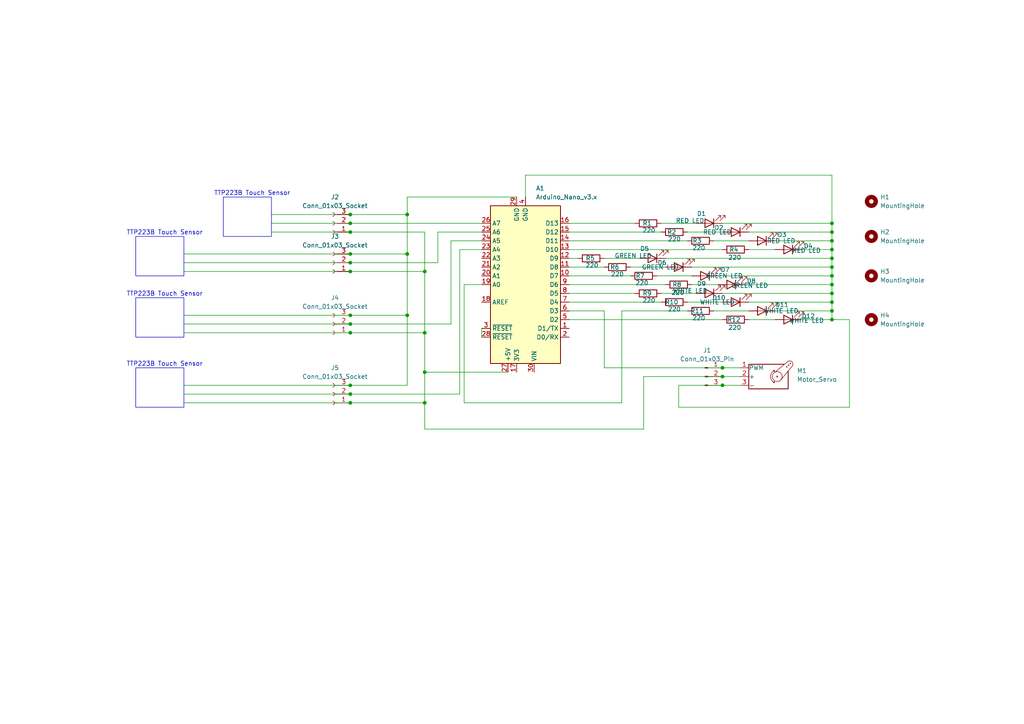
<source format=kicad_sch>
(kicad_sch
	(version 20231120)
	(generator "eeschema")
	(generator_version "8.0")
	(uuid "1d0ede60-0e20-4d9e-b08b-6994dbc18ee4")
	(paper "A4")
	(lib_symbols
		(symbol "Connector:Conn_01x03_Pin"
			(pin_names
				(offset 1.016) hide)
			(exclude_from_sim no)
			(in_bom yes)
			(on_board yes)
			(property "Reference" "J"
				(at 0 5.08 0)
				(effects
					(font
						(size 1.27 1.27)
					)
				)
			)
			(property "Value" "Conn_01x03_Pin"
				(at 0 -5.08 0)
				(effects
					(font
						(size 1.27 1.27)
					)
				)
			)
			(property "Footprint" ""
				(at 0 0 0)
				(effects
					(font
						(size 1.27 1.27)
					)
					(hide yes)
				)
			)
			(property "Datasheet" "~"
				(at 0 0 0)
				(effects
					(font
						(size 1.27 1.27)
					)
					(hide yes)
				)
			)
			(property "Description" "Generic connector, single row, 01x03, script generated"
				(at 0 0 0)
				(effects
					(font
						(size 1.27 1.27)
					)
					(hide yes)
				)
			)
			(property "ki_locked" ""
				(at 0 0 0)
				(effects
					(font
						(size 1.27 1.27)
					)
				)
			)
			(property "ki_keywords" "connector"
				(at 0 0 0)
				(effects
					(font
						(size 1.27 1.27)
					)
					(hide yes)
				)
			)
			(property "ki_fp_filters" "Connector*:*_1x??_*"
				(at 0 0 0)
				(effects
					(font
						(size 1.27 1.27)
					)
					(hide yes)
				)
			)
			(symbol "Conn_01x03_Pin_1_1"
				(polyline
					(pts
						(xy 1.27 -2.54) (xy 0.8636 -2.54)
					)
					(stroke
						(width 0.1524)
						(type default)
					)
					(fill
						(type none)
					)
				)
				(polyline
					(pts
						(xy 1.27 0) (xy 0.8636 0)
					)
					(stroke
						(width 0.1524)
						(type default)
					)
					(fill
						(type none)
					)
				)
				(polyline
					(pts
						(xy 1.27 2.54) (xy 0.8636 2.54)
					)
					(stroke
						(width 0.1524)
						(type default)
					)
					(fill
						(type none)
					)
				)
				(rectangle
					(start 0.8636 -2.413)
					(end 0 -2.667)
					(stroke
						(width 0.1524)
						(type default)
					)
					(fill
						(type outline)
					)
				)
				(rectangle
					(start 0.8636 0.127)
					(end 0 -0.127)
					(stroke
						(width 0.1524)
						(type default)
					)
					(fill
						(type outline)
					)
				)
				(rectangle
					(start 0.8636 2.667)
					(end 0 2.413)
					(stroke
						(width 0.1524)
						(type default)
					)
					(fill
						(type outline)
					)
				)
				(pin passive line
					(at 5.08 2.54 180)
					(length 3.81)
					(name "Pin_1"
						(effects
							(font
								(size 1.27 1.27)
							)
						)
					)
					(number "1"
						(effects
							(font
								(size 1.27 1.27)
							)
						)
					)
				)
				(pin passive line
					(at 5.08 0 180)
					(length 3.81)
					(name "Pin_2"
						(effects
							(font
								(size 1.27 1.27)
							)
						)
					)
					(number "2"
						(effects
							(font
								(size 1.27 1.27)
							)
						)
					)
				)
				(pin passive line
					(at 5.08 -2.54 180)
					(length 3.81)
					(name "Pin_3"
						(effects
							(font
								(size 1.27 1.27)
							)
						)
					)
					(number "3"
						(effects
							(font
								(size 1.27 1.27)
							)
						)
					)
				)
			)
		)
		(symbol "Connector:Conn_01x03_Socket"
			(pin_names
				(offset 1.016) hide)
			(exclude_from_sim no)
			(in_bom yes)
			(on_board yes)
			(property "Reference" "J"
				(at 0 5.08 0)
				(effects
					(font
						(size 1.27 1.27)
					)
				)
			)
			(property "Value" "Conn_01x03_Socket"
				(at 0 -5.08 0)
				(effects
					(font
						(size 1.27 1.27)
					)
				)
			)
			(property "Footprint" ""
				(at 0 0 0)
				(effects
					(font
						(size 1.27 1.27)
					)
					(hide yes)
				)
			)
			(property "Datasheet" "~"
				(at 0 0 0)
				(effects
					(font
						(size 1.27 1.27)
					)
					(hide yes)
				)
			)
			(property "Description" "Generic connector, single row, 01x03, script generated"
				(at 0 0 0)
				(effects
					(font
						(size 1.27 1.27)
					)
					(hide yes)
				)
			)
			(property "ki_locked" ""
				(at 0 0 0)
				(effects
					(font
						(size 1.27 1.27)
					)
				)
			)
			(property "ki_keywords" "connector"
				(at 0 0 0)
				(effects
					(font
						(size 1.27 1.27)
					)
					(hide yes)
				)
			)
			(property "ki_fp_filters" "Connector*:*_1x??_*"
				(at 0 0 0)
				(effects
					(font
						(size 1.27 1.27)
					)
					(hide yes)
				)
			)
			(symbol "Conn_01x03_Socket_1_1"
				(arc
					(start 0 -2.032)
					(mid -0.5058 -2.54)
					(end 0 -3.048)
					(stroke
						(width 0.1524)
						(type default)
					)
					(fill
						(type none)
					)
				)
				(polyline
					(pts
						(xy -1.27 -2.54) (xy -0.508 -2.54)
					)
					(stroke
						(width 0.1524)
						(type default)
					)
					(fill
						(type none)
					)
				)
				(polyline
					(pts
						(xy -1.27 0) (xy -0.508 0)
					)
					(stroke
						(width 0.1524)
						(type default)
					)
					(fill
						(type none)
					)
				)
				(polyline
					(pts
						(xy -1.27 2.54) (xy -0.508 2.54)
					)
					(stroke
						(width 0.1524)
						(type default)
					)
					(fill
						(type none)
					)
				)
				(arc
					(start 0 0.508)
					(mid -0.5058 0)
					(end 0 -0.508)
					(stroke
						(width 0.1524)
						(type default)
					)
					(fill
						(type none)
					)
				)
				(arc
					(start 0 3.048)
					(mid -0.5058 2.54)
					(end 0 2.032)
					(stroke
						(width 0.1524)
						(type default)
					)
					(fill
						(type none)
					)
				)
				(pin passive line
					(at -5.08 2.54 0)
					(length 3.81)
					(name "Pin_1"
						(effects
							(font
								(size 1.27 1.27)
							)
						)
					)
					(number "1"
						(effects
							(font
								(size 1.27 1.27)
							)
						)
					)
				)
				(pin passive line
					(at -5.08 0 0)
					(length 3.81)
					(name "Pin_2"
						(effects
							(font
								(size 1.27 1.27)
							)
						)
					)
					(number "2"
						(effects
							(font
								(size 1.27 1.27)
							)
						)
					)
				)
				(pin passive line
					(at -5.08 -2.54 0)
					(length 3.81)
					(name "Pin_3"
						(effects
							(font
								(size 1.27 1.27)
							)
						)
					)
					(number "3"
						(effects
							(font
								(size 1.27 1.27)
							)
						)
					)
				)
			)
		)
		(symbol "Device:LED"
			(pin_numbers hide)
			(pin_names
				(offset 1.016) hide)
			(exclude_from_sim no)
			(in_bom yes)
			(on_board yes)
			(property "Reference" "D"
				(at 0 2.54 0)
				(effects
					(font
						(size 1.27 1.27)
					)
				)
			)
			(property "Value" "LED"
				(at 0 -2.54 0)
				(effects
					(font
						(size 1.27 1.27)
					)
				)
			)
			(property "Footprint" ""
				(at 0 0 0)
				(effects
					(font
						(size 1.27 1.27)
					)
					(hide yes)
				)
			)
			(property "Datasheet" "~"
				(at 0 0 0)
				(effects
					(font
						(size 1.27 1.27)
					)
					(hide yes)
				)
			)
			(property "Description" "Light emitting diode"
				(at 0 0 0)
				(effects
					(font
						(size 1.27 1.27)
					)
					(hide yes)
				)
			)
			(property "ki_keywords" "LED diode"
				(at 0 0 0)
				(effects
					(font
						(size 1.27 1.27)
					)
					(hide yes)
				)
			)
			(property "ki_fp_filters" "LED* LED_SMD:* LED_THT:*"
				(at 0 0 0)
				(effects
					(font
						(size 1.27 1.27)
					)
					(hide yes)
				)
			)
			(symbol "LED_0_1"
				(polyline
					(pts
						(xy -1.27 -1.27) (xy -1.27 1.27)
					)
					(stroke
						(width 0.254)
						(type default)
					)
					(fill
						(type none)
					)
				)
				(polyline
					(pts
						(xy -1.27 0) (xy 1.27 0)
					)
					(stroke
						(width 0)
						(type default)
					)
					(fill
						(type none)
					)
				)
				(polyline
					(pts
						(xy 1.27 -1.27) (xy 1.27 1.27) (xy -1.27 0) (xy 1.27 -1.27)
					)
					(stroke
						(width 0.254)
						(type default)
					)
					(fill
						(type none)
					)
				)
				(polyline
					(pts
						(xy -3.048 -0.762) (xy -4.572 -2.286) (xy -3.81 -2.286) (xy -4.572 -2.286) (xy -4.572 -1.524)
					)
					(stroke
						(width 0)
						(type default)
					)
					(fill
						(type none)
					)
				)
				(polyline
					(pts
						(xy -1.778 -0.762) (xy -3.302 -2.286) (xy -2.54 -2.286) (xy -3.302 -2.286) (xy -3.302 -1.524)
					)
					(stroke
						(width 0)
						(type default)
					)
					(fill
						(type none)
					)
				)
			)
			(symbol "LED_1_1"
				(pin passive line
					(at -3.81 0 0)
					(length 2.54)
					(name "K"
						(effects
							(font
								(size 1.27 1.27)
							)
						)
					)
					(number "1"
						(effects
							(font
								(size 1.27 1.27)
							)
						)
					)
				)
				(pin passive line
					(at 3.81 0 180)
					(length 2.54)
					(name "A"
						(effects
							(font
								(size 1.27 1.27)
							)
						)
					)
					(number "2"
						(effects
							(font
								(size 1.27 1.27)
							)
						)
					)
				)
			)
		)
		(symbol "Device:R"
			(pin_numbers hide)
			(pin_names
				(offset 0)
			)
			(exclude_from_sim no)
			(in_bom yes)
			(on_board yes)
			(property "Reference" "R"
				(at 2.032 0 90)
				(effects
					(font
						(size 1.27 1.27)
					)
				)
			)
			(property "Value" "R"
				(at 0 0 90)
				(effects
					(font
						(size 1.27 1.27)
					)
				)
			)
			(property "Footprint" ""
				(at -1.778 0 90)
				(effects
					(font
						(size 1.27 1.27)
					)
					(hide yes)
				)
			)
			(property "Datasheet" "~"
				(at 0 0 0)
				(effects
					(font
						(size 1.27 1.27)
					)
					(hide yes)
				)
			)
			(property "Description" "Resistor"
				(at 0 0 0)
				(effects
					(font
						(size 1.27 1.27)
					)
					(hide yes)
				)
			)
			(property "ki_keywords" "R res resistor"
				(at 0 0 0)
				(effects
					(font
						(size 1.27 1.27)
					)
					(hide yes)
				)
			)
			(property "ki_fp_filters" "R_*"
				(at 0 0 0)
				(effects
					(font
						(size 1.27 1.27)
					)
					(hide yes)
				)
			)
			(symbol "R_0_1"
				(rectangle
					(start -1.016 -2.54)
					(end 1.016 2.54)
					(stroke
						(width 0.254)
						(type default)
					)
					(fill
						(type none)
					)
				)
			)
			(symbol "R_1_1"
				(pin passive line
					(at 0 3.81 270)
					(length 1.27)
					(name "~"
						(effects
							(font
								(size 1.27 1.27)
							)
						)
					)
					(number "1"
						(effects
							(font
								(size 1.27 1.27)
							)
						)
					)
				)
				(pin passive line
					(at 0 -3.81 90)
					(length 1.27)
					(name "~"
						(effects
							(font
								(size 1.27 1.27)
							)
						)
					)
					(number "2"
						(effects
							(font
								(size 1.27 1.27)
							)
						)
					)
				)
			)
		)
		(symbol "MCU_Module:Arduino_Nano_v3.x"
			(exclude_from_sim no)
			(in_bom yes)
			(on_board yes)
			(property "Reference" "A"
				(at -10.16 23.495 0)
				(effects
					(font
						(size 1.27 1.27)
					)
					(justify left bottom)
				)
			)
			(property "Value" "Arduino_Nano_v3.x"
				(at 5.08 -24.13 0)
				(effects
					(font
						(size 1.27 1.27)
					)
					(justify left top)
				)
			)
			(property "Footprint" "Module:Arduino_Nano"
				(at 0 0 0)
				(effects
					(font
						(size 1.27 1.27)
						(italic yes)
					)
					(hide yes)
				)
			)
			(property "Datasheet" "http://www.mouser.com/pdfdocs/Gravitech_Arduino_Nano3_0.pdf"
				(at 0 0 0)
				(effects
					(font
						(size 1.27 1.27)
					)
					(hide yes)
				)
			)
			(property "Description" "Arduino Nano v3.x"
				(at 0 0 0)
				(effects
					(font
						(size 1.27 1.27)
					)
					(hide yes)
				)
			)
			(property "ki_keywords" "Arduino nano microcontroller module USB"
				(at 0 0 0)
				(effects
					(font
						(size 1.27 1.27)
					)
					(hide yes)
				)
			)
			(property "ki_fp_filters" "Arduino*Nano*"
				(at 0 0 0)
				(effects
					(font
						(size 1.27 1.27)
					)
					(hide yes)
				)
			)
			(symbol "Arduino_Nano_v3.x_0_1"
				(rectangle
					(start -10.16 22.86)
					(end 10.16 -22.86)
					(stroke
						(width 0.254)
						(type default)
					)
					(fill
						(type background)
					)
				)
			)
			(symbol "Arduino_Nano_v3.x_1_1"
				(pin bidirectional line
					(at -12.7 12.7 0)
					(length 2.54)
					(name "D1/TX"
						(effects
							(font
								(size 1.27 1.27)
							)
						)
					)
					(number "1"
						(effects
							(font
								(size 1.27 1.27)
							)
						)
					)
				)
				(pin bidirectional line
					(at -12.7 -2.54 0)
					(length 2.54)
					(name "D7"
						(effects
							(font
								(size 1.27 1.27)
							)
						)
					)
					(number "10"
						(effects
							(font
								(size 1.27 1.27)
							)
						)
					)
				)
				(pin bidirectional line
					(at -12.7 -5.08 0)
					(length 2.54)
					(name "D8"
						(effects
							(font
								(size 1.27 1.27)
							)
						)
					)
					(number "11"
						(effects
							(font
								(size 1.27 1.27)
							)
						)
					)
				)
				(pin bidirectional line
					(at -12.7 -7.62 0)
					(length 2.54)
					(name "D9"
						(effects
							(font
								(size 1.27 1.27)
							)
						)
					)
					(number "12"
						(effects
							(font
								(size 1.27 1.27)
							)
						)
					)
				)
				(pin bidirectional line
					(at -12.7 -10.16 0)
					(length 2.54)
					(name "D10"
						(effects
							(font
								(size 1.27 1.27)
							)
						)
					)
					(number "13"
						(effects
							(font
								(size 1.27 1.27)
							)
						)
					)
				)
				(pin bidirectional line
					(at -12.7 -12.7 0)
					(length 2.54)
					(name "D11"
						(effects
							(font
								(size 1.27 1.27)
							)
						)
					)
					(number "14"
						(effects
							(font
								(size 1.27 1.27)
							)
						)
					)
				)
				(pin bidirectional line
					(at -12.7 -15.24 0)
					(length 2.54)
					(name "D12"
						(effects
							(font
								(size 1.27 1.27)
							)
						)
					)
					(number "15"
						(effects
							(font
								(size 1.27 1.27)
							)
						)
					)
				)
				(pin bidirectional line
					(at -12.7 -17.78 0)
					(length 2.54)
					(name "D13"
						(effects
							(font
								(size 1.27 1.27)
							)
						)
					)
					(number "16"
						(effects
							(font
								(size 1.27 1.27)
							)
						)
					)
				)
				(pin power_out line
					(at 2.54 25.4 270)
					(length 2.54)
					(name "3V3"
						(effects
							(font
								(size 1.27 1.27)
							)
						)
					)
					(number "17"
						(effects
							(font
								(size 1.27 1.27)
							)
						)
					)
				)
				(pin input line
					(at 12.7 5.08 180)
					(length 2.54)
					(name "AREF"
						(effects
							(font
								(size 1.27 1.27)
							)
						)
					)
					(number "18"
						(effects
							(font
								(size 1.27 1.27)
							)
						)
					)
				)
				(pin bidirectional line
					(at 12.7 0 180)
					(length 2.54)
					(name "A0"
						(effects
							(font
								(size 1.27 1.27)
							)
						)
					)
					(number "19"
						(effects
							(font
								(size 1.27 1.27)
							)
						)
					)
				)
				(pin bidirectional line
					(at -12.7 15.24 0)
					(length 2.54)
					(name "D0/RX"
						(effects
							(font
								(size 1.27 1.27)
							)
						)
					)
					(number "2"
						(effects
							(font
								(size 1.27 1.27)
							)
						)
					)
				)
				(pin bidirectional line
					(at 12.7 -2.54 180)
					(length 2.54)
					(name "A1"
						(effects
							(font
								(size 1.27 1.27)
							)
						)
					)
					(number "20"
						(effects
							(font
								(size 1.27 1.27)
							)
						)
					)
				)
				(pin bidirectional line
					(at 12.7 -5.08 180)
					(length 2.54)
					(name "A2"
						(effects
							(font
								(size 1.27 1.27)
							)
						)
					)
					(number "21"
						(effects
							(font
								(size 1.27 1.27)
							)
						)
					)
				)
				(pin bidirectional line
					(at 12.7 -7.62 180)
					(length 2.54)
					(name "A3"
						(effects
							(font
								(size 1.27 1.27)
							)
						)
					)
					(number "22"
						(effects
							(font
								(size 1.27 1.27)
							)
						)
					)
				)
				(pin bidirectional line
					(at 12.7 -10.16 180)
					(length 2.54)
					(name "A4"
						(effects
							(font
								(size 1.27 1.27)
							)
						)
					)
					(number "23"
						(effects
							(font
								(size 1.27 1.27)
							)
						)
					)
				)
				(pin bidirectional line
					(at 12.7 -12.7 180)
					(length 2.54)
					(name "A5"
						(effects
							(font
								(size 1.27 1.27)
							)
						)
					)
					(number "24"
						(effects
							(font
								(size 1.27 1.27)
							)
						)
					)
				)
				(pin bidirectional line
					(at 12.7 -15.24 180)
					(length 2.54)
					(name "A6"
						(effects
							(font
								(size 1.27 1.27)
							)
						)
					)
					(number "25"
						(effects
							(font
								(size 1.27 1.27)
							)
						)
					)
				)
				(pin bidirectional line
					(at 12.7 -17.78 180)
					(length 2.54)
					(name "A7"
						(effects
							(font
								(size 1.27 1.27)
							)
						)
					)
					(number "26"
						(effects
							(font
								(size 1.27 1.27)
							)
						)
					)
				)
				(pin power_out line
					(at 5.08 25.4 270)
					(length 2.54)
					(name "+5V"
						(effects
							(font
								(size 1.27 1.27)
							)
						)
					)
					(number "27"
						(effects
							(font
								(size 1.27 1.27)
							)
						)
					)
				)
				(pin input line
					(at 12.7 15.24 180)
					(length 2.54)
					(name "~{RESET}"
						(effects
							(font
								(size 1.27 1.27)
							)
						)
					)
					(number "28"
						(effects
							(font
								(size 1.27 1.27)
							)
						)
					)
				)
				(pin power_in line
					(at 2.54 -25.4 90)
					(length 2.54)
					(name "GND"
						(effects
							(font
								(size 1.27 1.27)
							)
						)
					)
					(number "29"
						(effects
							(font
								(size 1.27 1.27)
							)
						)
					)
				)
				(pin input line
					(at 12.7 12.7 180)
					(length 2.54)
					(name "~{RESET}"
						(effects
							(font
								(size 1.27 1.27)
							)
						)
					)
					(number "3"
						(effects
							(font
								(size 1.27 1.27)
							)
						)
					)
				)
				(pin power_in line
					(at -2.54 25.4 270)
					(length 2.54)
					(name "VIN"
						(effects
							(font
								(size 1.27 1.27)
							)
						)
					)
					(number "30"
						(effects
							(font
								(size 1.27 1.27)
							)
						)
					)
				)
				(pin power_in line
					(at 0 -25.4 90)
					(length 2.54)
					(name "GND"
						(effects
							(font
								(size 1.27 1.27)
							)
						)
					)
					(number "4"
						(effects
							(font
								(size 1.27 1.27)
							)
						)
					)
				)
				(pin bidirectional line
					(at -12.7 10.16 0)
					(length 2.54)
					(name "D2"
						(effects
							(font
								(size 1.27 1.27)
							)
						)
					)
					(number "5"
						(effects
							(font
								(size 1.27 1.27)
							)
						)
					)
				)
				(pin bidirectional line
					(at -12.7 7.62 0)
					(length 2.54)
					(name "D3"
						(effects
							(font
								(size 1.27 1.27)
							)
						)
					)
					(number "6"
						(effects
							(font
								(size 1.27 1.27)
							)
						)
					)
				)
				(pin bidirectional line
					(at -12.7 5.08 0)
					(length 2.54)
					(name "D4"
						(effects
							(font
								(size 1.27 1.27)
							)
						)
					)
					(number "7"
						(effects
							(font
								(size 1.27 1.27)
							)
						)
					)
				)
				(pin bidirectional line
					(at -12.7 2.54 0)
					(length 2.54)
					(name "D5"
						(effects
							(font
								(size 1.27 1.27)
							)
						)
					)
					(number "8"
						(effects
							(font
								(size 1.27 1.27)
							)
						)
					)
				)
				(pin bidirectional line
					(at -12.7 0 0)
					(length 2.54)
					(name "D6"
						(effects
							(font
								(size 1.27 1.27)
							)
						)
					)
					(number "9"
						(effects
							(font
								(size 1.27 1.27)
							)
						)
					)
				)
			)
		)
		(symbol "Mechanical:MountingHole"
			(pin_names
				(offset 1.016)
			)
			(exclude_from_sim no)
			(in_bom yes)
			(on_board yes)
			(property "Reference" "H"
				(at 0 5.08 0)
				(effects
					(font
						(size 1.27 1.27)
					)
				)
			)
			(property "Value" "MountingHole"
				(at 0 3.175 0)
				(effects
					(font
						(size 1.27 1.27)
					)
				)
			)
			(property "Footprint" ""
				(at 0 0 0)
				(effects
					(font
						(size 1.27 1.27)
					)
					(hide yes)
				)
			)
			(property "Datasheet" "~"
				(at 0 0 0)
				(effects
					(font
						(size 1.27 1.27)
					)
					(hide yes)
				)
			)
			(property "Description" "Mounting Hole without connection"
				(at 0 0 0)
				(effects
					(font
						(size 1.27 1.27)
					)
					(hide yes)
				)
			)
			(property "ki_keywords" "mounting hole"
				(at 0 0 0)
				(effects
					(font
						(size 1.27 1.27)
					)
					(hide yes)
				)
			)
			(property "ki_fp_filters" "MountingHole*"
				(at 0 0 0)
				(effects
					(font
						(size 1.27 1.27)
					)
					(hide yes)
				)
			)
			(symbol "MountingHole_0_1"
				(circle
					(center 0 0)
					(radius 1.27)
					(stroke
						(width 1.27)
						(type default)
					)
					(fill
						(type none)
					)
				)
			)
		)
		(symbol "Motor:Motor_Servo"
			(pin_names
				(offset 0.0254)
			)
			(exclude_from_sim no)
			(in_bom yes)
			(on_board yes)
			(property "Reference" "M"
				(at -5.08 4.445 0)
				(effects
					(font
						(size 1.27 1.27)
					)
					(justify left)
				)
			)
			(property "Value" "Motor_Servo"
				(at -5.08 -4.064 0)
				(effects
					(font
						(size 1.27 1.27)
					)
					(justify left top)
				)
			)
			(property "Footprint" ""
				(at 0 -4.826 0)
				(effects
					(font
						(size 1.27 1.27)
					)
					(hide yes)
				)
			)
			(property "Datasheet" "http://forums.parallax.com/uploads/attachments/46831/74481.png"
				(at 0 -4.826 0)
				(effects
					(font
						(size 1.27 1.27)
					)
					(hide yes)
				)
			)
			(property "Description" "Servo Motor (Futaba, HiTec, JR connector)"
				(at 0 0 0)
				(effects
					(font
						(size 1.27 1.27)
					)
					(hide yes)
				)
			)
			(property "ki_keywords" "Servo Motor"
				(at 0 0 0)
				(effects
					(font
						(size 1.27 1.27)
					)
					(hide yes)
				)
			)
			(property "ki_fp_filters" "PinHeader*P2.54mm*"
				(at 0 0 0)
				(effects
					(font
						(size 1.27 1.27)
					)
					(hide yes)
				)
			)
			(symbol "Motor_Servo_0_1"
				(polyline
					(pts
						(xy 2.413 -1.778) (xy 2.032 -1.778)
					)
					(stroke
						(width 0)
						(type default)
					)
					(fill
						(type none)
					)
				)
				(polyline
					(pts
						(xy 2.413 -1.778) (xy 2.286 -1.397)
					)
					(stroke
						(width 0)
						(type default)
					)
					(fill
						(type none)
					)
				)
				(polyline
					(pts
						(xy 2.413 1.778) (xy 1.905 1.778)
					)
					(stroke
						(width 0)
						(type default)
					)
					(fill
						(type none)
					)
				)
				(polyline
					(pts
						(xy 2.413 1.778) (xy 2.286 1.397)
					)
					(stroke
						(width 0)
						(type default)
					)
					(fill
						(type none)
					)
				)
				(polyline
					(pts
						(xy 6.35 4.445) (xy 2.54 1.27)
					)
					(stroke
						(width 0)
						(type default)
					)
					(fill
						(type none)
					)
				)
				(polyline
					(pts
						(xy 7.62 3.175) (xy 4.191 -1.016)
					)
					(stroke
						(width 0)
						(type default)
					)
					(fill
						(type none)
					)
				)
				(polyline
					(pts
						(xy 5.08 3.556) (xy -5.08 3.556) (xy -5.08 -3.556) (xy 6.35 -3.556) (xy 6.35 1.524)
					)
					(stroke
						(width 0.254)
						(type default)
					)
					(fill
						(type none)
					)
				)
				(arc
					(start 2.413 1.778)
					(mid 1.2406 0)
					(end 2.413 -1.778)
					(stroke
						(width 0)
						(type default)
					)
					(fill
						(type none)
					)
				)
				(circle
					(center 3.175 0)
					(radius 0.1778)
					(stroke
						(width 0)
						(type default)
					)
					(fill
						(type none)
					)
				)
				(circle
					(center 3.175 0)
					(radius 1.4224)
					(stroke
						(width 0)
						(type default)
					)
					(fill
						(type none)
					)
				)
				(circle
					(center 5.969 2.794)
					(radius 0.127)
					(stroke
						(width 0)
						(type default)
					)
					(fill
						(type none)
					)
				)
				(circle
					(center 6.477 3.302)
					(radius 0.127)
					(stroke
						(width 0)
						(type default)
					)
					(fill
						(type none)
					)
				)
				(circle
					(center 6.985 3.81)
					(radius 0.127)
					(stroke
						(width 0)
						(type default)
					)
					(fill
						(type none)
					)
				)
				(arc
					(start 7.62 3.175)
					(mid 7.4485 4.2735)
					(end 6.35 4.445)
					(stroke
						(width 0)
						(type default)
					)
					(fill
						(type none)
					)
				)
			)
			(symbol "Motor_Servo_1_1"
				(pin passive line
					(at -7.62 2.54 0)
					(length 2.54)
					(name "PWM"
						(effects
							(font
								(size 1.27 1.27)
							)
						)
					)
					(number "1"
						(effects
							(font
								(size 1.27 1.27)
							)
						)
					)
				)
				(pin passive line
					(at -7.62 0 0)
					(length 2.54)
					(name "+"
						(effects
							(font
								(size 1.27 1.27)
							)
						)
					)
					(number "2"
						(effects
							(font
								(size 1.27 1.27)
							)
						)
					)
				)
				(pin passive line
					(at -7.62 -2.54 0)
					(length 2.54)
					(name "-"
						(effects
							(font
								(size 1.27 1.27)
							)
						)
					)
					(number "3"
						(effects
							(font
								(size 1.27 1.27)
							)
						)
					)
				)
			)
		)
	)
	(junction
		(at 241.3 82.55)
		(diameter 0)
		(color 0 0 0 0)
		(uuid "03f65f93-7479-45f4-87af-4ee573d04903")
	)
	(junction
		(at 101.6 64.77)
		(diameter 0)
		(color 0 0 0 0)
		(uuid "04010f32-6164-4111-aecb-b22b3243fdce")
	)
	(junction
		(at 209.55 111.76)
		(diameter 0)
		(color 0 0 0 0)
		(uuid "12445615-b4d7-4c8e-b74a-653b73b13cc0")
	)
	(junction
		(at 118.11 73.66)
		(diameter 0)
		(color 0 0 0 0)
		(uuid "16edb813-ff33-4fe9-9835-ba5e637b5f29")
	)
	(junction
		(at 101.6 73.66)
		(diameter 0)
		(color 0 0 0 0)
		(uuid "1bfdcfa3-14aa-499c-8b1f-0cc76a7fad40")
	)
	(junction
		(at 101.6 111.76)
		(diameter 0)
		(color 0 0 0 0)
		(uuid "2057188e-f236-48e5-9522-5fdc4f0cd64c")
	)
	(junction
		(at 241.3 72.39)
		(diameter 0)
		(color 0 0 0 0)
		(uuid "30c0750d-cdac-43b7-8770-12ae9bde35f7")
	)
	(junction
		(at 209.55 109.22)
		(diameter 0)
		(color 0 0 0 0)
		(uuid "398698da-ee1a-4d40-b801-5ec6f0164c1f")
	)
	(junction
		(at 241.3 92.71)
		(diameter 0)
		(color 0 0 0 0)
		(uuid "3de47672-068b-4859-88f4-77b029cb70ac")
	)
	(junction
		(at 241.3 90.17)
		(diameter 0)
		(color 0 0 0 0)
		(uuid "402533c1-bf13-4cd2-a78d-07540591bbcb")
	)
	(junction
		(at 101.6 91.44)
		(diameter 0)
		(color 0 0 0 0)
		(uuid "4b084e9c-a060-48ab-b4e6-a9a4165a902f")
	)
	(junction
		(at 241.3 67.31)
		(diameter 0)
		(color 0 0 0 0)
		(uuid "4d7a8c70-07ee-4b2e-b5b0-457b489f963f")
	)
	(junction
		(at 101.6 114.3)
		(diameter 0)
		(color 0 0 0 0)
		(uuid "4f562a60-0865-4eb8-b20e-6247a49be5d9")
	)
	(junction
		(at 118.11 62.23)
		(diameter 0)
		(color 0 0 0 0)
		(uuid "51d96faf-c555-4925-a929-17b95629f2aa")
	)
	(junction
		(at 101.6 93.98)
		(diameter 0)
		(color 0 0 0 0)
		(uuid "5ce5732b-f781-4322-9071-dd7be309fd5b")
	)
	(junction
		(at 241.3 69.85)
		(diameter 0)
		(color 0 0 0 0)
		(uuid "636d56a5-69c6-4d42-8321-bcbc44000e64")
	)
	(junction
		(at 123.19 78.74)
		(diameter 0)
		(color 0 0 0 0)
		(uuid "6809ca39-3723-4b65-8f23-45a9c2b12171")
	)
	(junction
		(at 241.3 64.77)
		(diameter 0)
		(color 0 0 0 0)
		(uuid "767cd3b4-b050-4a32-b325-6176e642e18a")
	)
	(junction
		(at 241.3 87.63)
		(diameter 0)
		(color 0 0 0 0)
		(uuid "832d9d37-b596-4895-8b0a-06653d05b39a")
	)
	(junction
		(at 123.19 107.95)
		(diameter 0)
		(color 0 0 0 0)
		(uuid "84a46d3e-ce8a-44da-bd98-24dc5fe5fe48")
	)
	(junction
		(at 101.6 62.23)
		(diameter 0)
		(color 0 0 0 0)
		(uuid "8ff1a3a6-35ac-43cf-8689-53249181813c")
	)
	(junction
		(at 209.55 106.68)
		(diameter 0)
		(color 0 0 0 0)
		(uuid "908142da-1fc9-4497-b2d1-55de2ec14ed5")
	)
	(junction
		(at 101.6 67.31)
		(diameter 0)
		(color 0 0 0 0)
		(uuid "9359f175-29f6-4f2d-b0c0-75658933690e")
	)
	(junction
		(at 241.3 74.93)
		(diameter 0)
		(color 0 0 0 0)
		(uuid "9814c28b-b707-4e9c-bba5-e86ee24cb739")
	)
	(junction
		(at 101.6 116.84)
		(diameter 0)
		(color 0 0 0 0)
		(uuid "aa2ad674-022b-40d4-8974-a9e0d06e591b")
	)
	(junction
		(at 101.6 76.2)
		(diameter 0)
		(color 0 0 0 0)
		(uuid "af9123be-1bfb-4572-99cf-38133eddda51")
	)
	(junction
		(at 118.11 91.44)
		(diameter 0)
		(color 0 0 0 0)
		(uuid "b4033c89-06f9-44d1-9706-478e5f7592a1")
	)
	(junction
		(at 123.19 116.84)
		(diameter 0)
		(color 0 0 0 0)
		(uuid "c31ec683-1215-42c5-a450-02d5eca0805c")
	)
	(junction
		(at 241.3 85.09)
		(diameter 0)
		(color 0 0 0 0)
		(uuid "d3b6484e-af86-4eff-a567-378c0ee0be18")
	)
	(junction
		(at 123.19 96.52)
		(diameter 0)
		(color 0 0 0 0)
		(uuid "dca400ef-de2e-4a66-8406-a1560e8c855b")
	)
	(junction
		(at 101.6 78.74)
		(diameter 0)
		(color 0 0 0 0)
		(uuid "e068c306-038d-4483-bb03-d9aa0adc07f3")
	)
	(junction
		(at 101.6 96.52)
		(diameter 0)
		(color 0 0 0 0)
		(uuid "e8b2483f-0018-4b9e-8197-edbfa2220919")
	)
	(junction
		(at 241.3 77.47)
		(diameter 0)
		(color 0 0 0 0)
		(uuid "f22ced08-4cc2-43d8-8e7a-09f88732da51")
	)
	(junction
		(at 241.3 80.01)
		(diameter 0)
		(color 0 0 0 0)
		(uuid "f6f9b300-70b4-435a-b4be-de2696309939")
	)
	(wire
		(pts
			(xy 165.1 69.85) (xy 199.39 69.85)
		)
		(stroke
			(width 0)
			(type default)
		)
		(uuid "0e585431-68ed-48c0-9580-609ad4633139")
	)
	(wire
		(pts
			(xy 165.1 67.31) (xy 191.77 67.31)
		)
		(stroke
			(width 0)
			(type default)
		)
		(uuid "10eefe5c-bc75-4c66-907d-a3bd6f17b4f4")
	)
	(wire
		(pts
			(xy 191.77 85.09) (xy 201.93 85.09)
		)
		(stroke
			(width 0)
			(type default)
		)
		(uuid "139d07d3-03c8-4f88-8b21-8262db25cab8")
	)
	(wire
		(pts
			(xy 199.39 67.31) (xy 209.55 67.31)
		)
		(stroke
			(width 0)
			(type default)
		)
		(uuid "1bfe1d5b-c53e-4715-93ab-833f41b7feec")
	)
	(wire
		(pts
			(xy 217.17 87.63) (xy 241.3 87.63)
		)
		(stroke
			(width 0)
			(type default)
		)
		(uuid "1c65c15f-60b2-4bcb-98e0-8357a2292e56")
	)
	(wire
		(pts
			(xy 101.6 67.31) (xy 123.19 67.31)
		)
		(stroke
			(width 0)
			(type default)
		)
		(uuid "1e6fa4a0-39da-4f34-a6e1-55aad8d7071a")
	)
	(wire
		(pts
			(xy 180.34 90.17) (xy 199.39 90.17)
		)
		(stroke
			(width 0)
			(type default)
		)
		(uuid "1eb2eac4-239d-4674-900f-74d94b3eb1c0")
	)
	(wire
		(pts
			(xy 133.35 72.39) (xy 139.7 72.39)
		)
		(stroke
			(width 0)
			(type default)
		)
		(uuid "2469b698-6f58-4893-8610-ec62bf8072af")
	)
	(wire
		(pts
			(xy 214.63 111.76) (xy 209.55 111.76)
		)
		(stroke
			(width 0)
			(type default)
		)
		(uuid "25a80945-a1b2-4c65-8279-6b236040a1e8")
	)
	(wire
		(pts
			(xy 165.1 80.01) (xy 182.88 80.01)
		)
		(stroke
			(width 0)
			(type default)
		)
		(uuid "269cefde-2775-4d21-a3f3-91d8c30e73d1")
	)
	(wire
		(pts
			(xy 165.1 92.71) (xy 209.55 92.71)
		)
		(stroke
			(width 0)
			(type default)
		)
		(uuid "26f13ccc-da7d-4a10-99ee-e69663722b8e")
	)
	(wire
		(pts
			(xy 224.79 90.17) (xy 241.3 90.17)
		)
		(stroke
			(width 0)
			(type default)
		)
		(uuid "270d6ffc-b1a1-437e-864c-d3820617243c")
	)
	(wire
		(pts
			(xy 217.17 72.39) (xy 224.79 72.39)
		)
		(stroke
			(width 0)
			(type default)
		)
		(uuid "282f035f-2544-47d5-b920-1685d2730d15")
	)
	(wire
		(pts
			(xy 101.6 116.84) (xy 123.19 116.84)
		)
		(stroke
			(width 0)
			(type default)
		)
		(uuid "28a4db05-749f-441e-9bbb-8fbcf13d38bf")
	)
	(wire
		(pts
			(xy 165.1 90.17) (xy 175.26 90.17)
		)
		(stroke
			(width 0)
			(type default)
		)
		(uuid "327db772-1a3c-46ae-9176-1d4c9cda1f79")
	)
	(wire
		(pts
			(xy 200.66 77.47) (xy 241.3 77.47)
		)
		(stroke
			(width 0)
			(type default)
		)
		(uuid "33341119-f87a-4b1f-a5af-58bcb0a0bef3")
	)
	(wire
		(pts
			(xy 215.9 82.55) (xy 241.3 82.55)
		)
		(stroke
			(width 0)
			(type default)
		)
		(uuid "348faba1-da3a-478f-90d7-d30d0d0d4921")
	)
	(wire
		(pts
			(xy 53.34 73.66) (xy 101.6 73.66)
		)
		(stroke
			(width 0)
			(type default)
		)
		(uuid "38e33f0b-9029-49bd-89e7-010f166e5d89")
	)
	(wire
		(pts
			(xy 209.55 106.68) (xy 214.63 106.68)
		)
		(stroke
			(width 0)
			(type default)
		)
		(uuid "39724901-6c60-4584-89a8-17d9146fdfa2")
	)
	(wire
		(pts
			(xy 180.34 90.17) (xy 180.34 116.84)
		)
		(stroke
			(width 0)
			(type default)
		)
		(uuid "39e947f1-aecf-46f0-b1c3-2467663b8d82")
	)
	(wire
		(pts
			(xy 78.74 64.77) (xy 101.6 64.77)
		)
		(stroke
			(width 0)
			(type default)
		)
		(uuid "3a6e31c6-478a-4df5-9d9c-511d2ecea0a4")
	)
	(wire
		(pts
			(xy 101.6 93.98) (xy 130.81 93.98)
		)
		(stroke
			(width 0)
			(type default)
		)
		(uuid "3cddf0f7-1ae5-49fc-99d4-d631e7ddfa41")
	)
	(wire
		(pts
			(xy 196.85 118.11) (xy 246.38 118.11)
		)
		(stroke
			(width 0)
			(type default)
		)
		(uuid "40db1ffe-187b-440d-a0eb-e911e028fda2")
	)
	(wire
		(pts
			(xy 214.63 109.22) (xy 209.55 109.22)
		)
		(stroke
			(width 0)
			(type default)
		)
		(uuid "44aa612a-066e-4606-8575-84e53cf6001c")
	)
	(wire
		(pts
			(xy 139.7 97.79) (xy 139.7 95.25)
		)
		(stroke
			(width 0)
			(type default)
		)
		(uuid "452ac17c-cfd0-43bb-9ccc-0a42a7e6aef5")
	)
	(wire
		(pts
			(xy 78.74 67.31) (xy 101.6 67.31)
		)
		(stroke
			(width 0)
			(type default)
		)
		(uuid "46affa98-a850-40ea-826b-30a34b6f3960")
	)
	(wire
		(pts
			(xy 217.17 92.71) (xy 224.79 92.71)
		)
		(stroke
			(width 0)
			(type default)
		)
		(uuid "4b2f9130-1164-4a15-b62f-282dc5eea80a")
	)
	(wire
		(pts
			(xy 241.3 77.47) (xy 241.3 80.01)
		)
		(stroke
			(width 0)
			(type default)
		)
		(uuid "4c6a966c-2363-4d65-a721-462fb415276d")
	)
	(wire
		(pts
			(xy 196.85 111.76) (xy 196.85 118.11)
		)
		(stroke
			(width 0)
			(type default)
		)
		(uuid "4d422eb9-428d-435a-84df-b37b063221b9")
	)
	(wire
		(pts
			(xy 199.39 87.63) (xy 209.55 87.63)
		)
		(stroke
			(width 0)
			(type default)
		)
		(uuid "506a2e36-3b04-4f56-8dc1-1dbf599fbc30")
	)
	(wire
		(pts
			(xy 190.5 80.01) (xy 200.66 80.01)
		)
		(stroke
			(width 0)
			(type default)
		)
		(uuid "520255cf-7cba-4f81-95c1-6862fe3b8364")
	)
	(wire
		(pts
			(xy 165.1 77.47) (xy 175.26 77.47)
		)
		(stroke
			(width 0)
			(type default)
		)
		(uuid "522081f2-d8b5-4354-a3f9-a2008191f842")
	)
	(wire
		(pts
			(xy 200.66 82.55) (xy 208.28 82.55)
		)
		(stroke
			(width 0)
			(type default)
		)
		(uuid "567b041a-0821-4d7a-b109-62d4238af973")
	)
	(wire
		(pts
			(xy 196.85 111.76) (xy 209.55 111.76)
		)
		(stroke
			(width 0)
			(type default)
		)
		(uuid "56ea5719-61c4-4557-9c32-65f8f339caac")
	)
	(wire
		(pts
			(xy 123.19 96.52) (xy 123.19 78.74)
		)
		(stroke
			(width 0)
			(type default)
		)
		(uuid "585c619e-9785-44dd-9f1e-29b35dcab379")
	)
	(wire
		(pts
			(xy 53.34 93.98) (xy 101.6 93.98)
		)
		(stroke
			(width 0)
			(type default)
		)
		(uuid "59dfe28a-74f4-48f6-bac4-eece070518ab")
	)
	(wire
		(pts
			(xy 241.3 82.55) (xy 241.3 85.09)
		)
		(stroke
			(width 0)
			(type default)
		)
		(uuid "5a06e37f-b2cf-49b2-a495-a935588833f1")
	)
	(wire
		(pts
			(xy 207.01 90.17) (xy 217.17 90.17)
		)
		(stroke
			(width 0)
			(type default)
		)
		(uuid "5bb3380c-65b8-4743-ae13-91665e6f00d2")
	)
	(wire
		(pts
			(xy 186.69 124.46) (xy 123.19 124.46)
		)
		(stroke
			(width 0)
			(type default)
		)
		(uuid "6319f4a3-4c03-40cf-af25-e468834ec62f")
	)
	(wire
		(pts
			(xy 175.26 74.93) (xy 185.42 74.93)
		)
		(stroke
			(width 0)
			(type default)
		)
		(uuid "6605ea95-ea12-45e7-a661-0fe15e3fbae3")
	)
	(wire
		(pts
			(xy 130.81 69.85) (xy 139.7 69.85)
		)
		(stroke
			(width 0)
			(type default)
		)
		(uuid "66343589-1996-4b62-9f6a-93bf889cbfc6")
	)
	(wire
		(pts
			(xy 118.11 62.23) (xy 118.11 73.66)
		)
		(stroke
			(width 0)
			(type default)
		)
		(uuid "66efb08b-aaaa-4845-b87c-eb9ed932b01a")
	)
	(wire
		(pts
			(xy 241.3 80.01) (xy 241.3 82.55)
		)
		(stroke
			(width 0)
			(type default)
		)
		(uuid "69c16a4c-1cc5-4de5-baa6-8f910d27397b")
	)
	(wire
		(pts
			(xy 241.3 67.31) (xy 241.3 69.85)
		)
		(stroke
			(width 0)
			(type default)
		)
		(uuid "6cce1a0c-2367-426d-98fc-ab61b24db5b0")
	)
	(wire
		(pts
			(xy 147.32 107.95) (xy 123.19 107.95)
		)
		(stroke
			(width 0)
			(type default)
		)
		(uuid "6daac8c5-c0d3-4ff7-bc9b-d4581d2476a5")
	)
	(wire
		(pts
			(xy 149.86 57.15) (xy 118.11 57.15)
		)
		(stroke
			(width 0)
			(type default)
		)
		(uuid "6ee8e67c-a195-4d33-99f2-b4e384a0a569")
	)
	(wire
		(pts
			(xy 101.6 76.2) (xy 127 76.2)
		)
		(stroke
			(width 0)
			(type default)
		)
		(uuid "7322255b-f643-4825-8118-8f7c874b6ce6")
	)
	(wire
		(pts
			(xy 208.28 80.01) (xy 241.3 80.01)
		)
		(stroke
			(width 0)
			(type default)
		)
		(uuid "779bcd6e-7f86-49c8-a369-7f3747461c51")
	)
	(wire
		(pts
			(xy 165.1 85.09) (xy 184.15 85.09)
		)
		(stroke
			(width 0)
			(type default)
		)
		(uuid "7b121766-b7ee-4be0-94f4-e6c67ca58dfa")
	)
	(wire
		(pts
			(xy 53.34 116.84) (xy 101.6 116.84)
		)
		(stroke
			(width 0)
			(type default)
		)
		(uuid "7ba16940-36d7-4f4e-8a29-6254a1e43ee8")
	)
	(wire
		(pts
			(xy 191.77 64.77) (xy 201.93 64.77)
		)
		(stroke
			(width 0)
			(type default)
		)
		(uuid "7eb00365-524d-46f2-a8f9-6e051cc36892")
	)
	(wire
		(pts
			(xy 123.19 78.74) (xy 123.19 67.31)
		)
		(stroke
			(width 0)
			(type default)
		)
		(uuid "83fb04c4-66c1-42e3-b3e4-b2587939177b")
	)
	(wire
		(pts
			(xy 101.6 111.76) (xy 118.11 111.76)
		)
		(stroke
			(width 0)
			(type default)
		)
		(uuid "85633380-9946-49c6-b31a-f913e3f84044")
	)
	(wire
		(pts
			(xy 217.17 67.31) (xy 241.3 67.31)
		)
		(stroke
			(width 0)
			(type default)
		)
		(uuid "87e690df-a713-4a9c-89cd-f43ed7ce3e5b")
	)
	(wire
		(pts
			(xy 101.6 78.74) (xy 123.19 78.74)
		)
		(stroke
			(width 0)
			(type default)
		)
		(uuid "88a5ab34-dee2-4558-8fb1-061246428097")
	)
	(wire
		(pts
			(xy 134.62 82.55) (xy 139.7 82.55)
		)
		(stroke
			(width 0)
			(type default)
		)
		(uuid "8cbe2d21-33a2-47ca-84c0-8dc94bd9b8e3")
	)
	(wire
		(pts
			(xy 53.34 78.74) (xy 101.6 78.74)
		)
		(stroke
			(width 0)
			(type default)
		)
		(uuid "8cfec6af-3c18-4b2c-9429-34def9a3bcc5")
	)
	(wire
		(pts
			(xy 165.1 82.55) (xy 193.04 82.55)
		)
		(stroke
			(width 0)
			(type default)
		)
		(uuid "8f93e5bf-2611-4131-b88e-0a5720ee842c")
	)
	(wire
		(pts
			(xy 53.34 91.44) (xy 101.6 91.44)
		)
		(stroke
			(width 0)
			(type default)
		)
		(uuid "8fac756d-2303-4d22-b446-cebe210dfda7")
	)
	(wire
		(pts
			(xy 101.6 96.52) (xy 123.19 96.52)
		)
		(stroke
			(width 0)
			(type default)
		)
		(uuid "90878567-560d-41d9-9667-d570b77cff4d")
	)
	(wire
		(pts
			(xy 118.11 91.44) (xy 118.11 111.76)
		)
		(stroke
			(width 0)
			(type default)
		)
		(uuid "916588a2-3783-43f3-936b-0aa9b83bda2b")
	)
	(wire
		(pts
			(xy 246.38 92.71) (xy 241.3 92.71)
		)
		(stroke
			(width 0)
			(type default)
		)
		(uuid "91b8ea80-c3cf-401d-8616-3f2e8b2be59c")
	)
	(wire
		(pts
			(xy 241.3 85.09) (xy 241.3 87.63)
		)
		(stroke
			(width 0)
			(type default)
		)
		(uuid "9b89a522-a0b6-479a-a489-4ef24afb2e81")
	)
	(wire
		(pts
			(xy 165.1 64.77) (xy 184.15 64.77)
		)
		(stroke
			(width 0)
			(type default)
		)
		(uuid "a015c8ac-0b12-4b5d-a61b-64f272f07bcf")
	)
	(wire
		(pts
			(xy 101.6 73.66) (xy 118.11 73.66)
		)
		(stroke
			(width 0)
			(type default)
		)
		(uuid "a07d564b-69a0-4a2a-b21c-57f01b18ecf1")
	)
	(wire
		(pts
			(xy 118.11 57.15) (xy 118.11 62.23)
		)
		(stroke
			(width 0)
			(type default)
		)
		(uuid "a084e737-2ca6-4dbb-8914-8805335cf08c")
	)
	(wire
		(pts
			(xy 209.55 109.22) (xy 186.69 109.22)
		)
		(stroke
			(width 0)
			(type default)
		)
		(uuid "a1b26a13-3aa1-4913-99b4-b80b8256d67a")
	)
	(wire
		(pts
			(xy 127 76.2) (xy 127 67.31)
		)
		(stroke
			(width 0)
			(type default)
		)
		(uuid "a211e581-a60d-4c9c-863f-5e1c443d831a")
	)
	(wire
		(pts
			(xy 101.6 114.3) (xy 133.35 114.3)
		)
		(stroke
			(width 0)
			(type default)
		)
		(uuid "a26a630a-7367-44de-a313-6e320ccf8f3e")
	)
	(wire
		(pts
			(xy 241.3 72.39) (xy 241.3 74.93)
		)
		(stroke
			(width 0)
			(type default)
		)
		(uuid "a5017856-c2e0-4a84-ab48-767e8f18e5dc")
	)
	(wire
		(pts
			(xy 152.4 57.15) (xy 152.4 50.8)
		)
		(stroke
			(width 0)
			(type default)
		)
		(uuid "a9fc246a-96a8-4796-969b-b5decfdd5610")
	)
	(wire
		(pts
			(xy 241.3 64.77) (xy 209.55 64.77)
		)
		(stroke
			(width 0)
			(type default)
		)
		(uuid "ab63d32d-29d6-477a-a082-77b1602351f4")
	)
	(wire
		(pts
			(xy 101.6 62.23) (xy 118.11 62.23)
		)
		(stroke
			(width 0)
			(type default)
		)
		(uuid "abd01559-7611-4732-9f86-b211c07e8266")
	)
	(wire
		(pts
			(xy 123.19 116.84) (xy 123.19 107.95)
		)
		(stroke
			(width 0)
			(type default)
		)
		(uuid "b136bfb6-b632-441e-af6f-8f7c5e84ac7f")
	)
	(wire
		(pts
			(xy 241.3 64.77) (xy 241.3 67.31)
		)
		(stroke
			(width 0)
			(type default)
		)
		(uuid "b20bf805-4c03-43b8-95a4-a0e9f31fca1a")
	)
	(wire
		(pts
			(xy 53.34 114.3) (xy 101.6 114.3)
		)
		(stroke
			(width 0)
			(type default)
		)
		(uuid "b363b3ea-bf5d-45db-9d33-163628782e84")
	)
	(wire
		(pts
			(xy 241.3 74.93) (xy 241.3 77.47)
		)
		(stroke
			(width 0)
			(type default)
		)
		(uuid "b7c42165-ae6e-4b16-9045-32cd5e50b0e8")
	)
	(wire
		(pts
			(xy 207.01 69.85) (xy 217.17 69.85)
		)
		(stroke
			(width 0)
			(type default)
		)
		(uuid "b904de97-63a8-451a-8218-a56494df38d0")
	)
	(wire
		(pts
			(xy 130.81 93.98) (xy 130.81 69.85)
		)
		(stroke
			(width 0)
			(type default)
		)
		(uuid "be2af043-3080-4f21-9adc-6d79a002c311")
	)
	(wire
		(pts
			(xy 241.3 69.85) (xy 241.3 72.39)
		)
		(stroke
			(width 0)
			(type default)
		)
		(uuid "bed1e209-6cd1-4d2e-acb5-ddddd618f029")
	)
	(wire
		(pts
			(xy 123.19 124.46) (xy 123.19 116.84)
		)
		(stroke
			(width 0)
			(type default)
		)
		(uuid "c262c51a-39e7-4657-b692-a986a4baf1c8")
	)
	(wire
		(pts
			(xy 53.34 96.52) (xy 101.6 96.52)
		)
		(stroke
			(width 0)
			(type default)
		)
		(uuid "c4c8c2a8-d163-4818-9812-dedd971ea7c1")
	)
	(wire
		(pts
			(xy 165.1 74.93) (xy 167.64 74.93)
		)
		(stroke
			(width 0)
			(type default)
		)
		(uuid "c4d1dd60-706a-40d8-b47c-a63f83a0f76d")
	)
	(wire
		(pts
			(xy 127 67.31) (xy 139.7 67.31)
		)
		(stroke
			(width 0)
			(type default)
		)
		(uuid "c53710e8-3913-4518-bc54-00c40b6c4450")
	)
	(wire
		(pts
			(xy 165.1 87.63) (xy 191.77 87.63)
		)
		(stroke
			(width 0)
			(type default)
		)
		(uuid "c671ec33-3488-448a-bddb-cb96ea367250")
	)
	(wire
		(pts
			(xy 241.3 50.8) (xy 241.3 64.77)
		)
		(stroke
			(width 0)
			(type default)
		)
		(uuid "c684a49f-af09-4f96-b400-46ba1ee50ec3")
	)
	(wire
		(pts
			(xy 232.41 72.39) (xy 241.3 72.39)
		)
		(stroke
			(width 0)
			(type default)
		)
		(uuid "c7876e64-227a-4844-947e-b2be302a8a77")
	)
	(wire
		(pts
			(xy 224.79 69.85) (xy 241.3 69.85)
		)
		(stroke
			(width 0)
			(type default)
		)
		(uuid "cfd9eabf-3bb8-47a4-9b0f-5e26e385cd2e")
	)
	(wire
		(pts
			(xy 123.19 107.95) (xy 123.19 96.52)
		)
		(stroke
			(width 0)
			(type default)
		)
		(uuid "d05d3c03-bdca-4b1e-b312-58e571c75acb")
	)
	(wire
		(pts
			(xy 182.88 77.47) (xy 193.04 77.47)
		)
		(stroke
			(width 0)
			(type default)
		)
		(uuid "d3210c39-bc82-4d91-b0ae-31b3f561b31b")
	)
	(wire
		(pts
			(xy 209.55 85.09) (xy 241.3 85.09)
		)
		(stroke
			(width 0)
			(type default)
		)
		(uuid "d95aa81b-ca79-48c0-8dd0-3e9f549e9cc2")
	)
	(wire
		(pts
			(xy 134.62 82.55) (xy 134.62 116.84)
		)
		(stroke
			(width 0)
			(type default)
		)
		(uuid "d9ae54bf-f54c-4fdc-bc4b-625ca404e176")
	)
	(wire
		(pts
			(xy 175.26 106.68) (xy 209.55 106.68)
		)
		(stroke
			(width 0)
			(type default)
		)
		(uuid "dc529b2b-038e-4947-8ee6-e003163311f7")
	)
	(wire
		(pts
			(xy 152.4 50.8) (xy 241.3 50.8)
		)
		(stroke
			(width 0)
			(type default)
		)
		(uuid "e01ebb3e-b106-460c-adf0-b8a14592293f")
	)
	(wire
		(pts
			(xy 241.3 90.17) (xy 241.3 87.63)
		)
		(stroke
			(width 0)
			(type default)
		)
		(uuid "e0347bad-c300-43f9-9a9e-c719d4694a93")
	)
	(wire
		(pts
			(xy 241.3 92.71) (xy 241.3 90.17)
		)
		(stroke
			(width 0)
			(type default)
		)
		(uuid "e0ab30ab-ae08-4c43-9592-105f9379c5c3")
	)
	(wire
		(pts
			(xy 246.38 118.11) (xy 246.38 92.71)
		)
		(stroke
			(width 0)
			(type default)
		)
		(uuid "e18d6b9a-7128-41b9-8d56-43e54ee905d0")
	)
	(wire
		(pts
			(xy 165.1 72.39) (xy 209.55 72.39)
		)
		(stroke
			(width 0)
			(type default)
		)
		(uuid "e93193b9-732e-4a36-ac84-116cc55cf817")
	)
	(wire
		(pts
			(xy 186.69 109.22) (xy 186.69 124.46)
		)
		(stroke
			(width 0)
			(type default)
		)
		(uuid "ebcbe6b5-c495-434b-a701-5199ee66a887")
	)
	(wire
		(pts
			(xy 53.34 111.76) (xy 101.6 111.76)
		)
		(stroke
			(width 0)
			(type default)
		)
		(uuid "ed89580a-9542-4013-b360-20aa63591f5d")
	)
	(wire
		(pts
			(xy 101.6 64.77) (xy 139.7 64.77)
		)
		(stroke
			(width 0)
			(type default)
		)
		(uuid "f3e11b19-bede-4d07-87e8-e3b9d3d9695b")
	)
	(wire
		(pts
			(xy 175.26 90.17) (xy 175.26 106.68)
		)
		(stroke
			(width 0)
			(type default)
		)
		(uuid "f5447061-024f-4cf4-ae70-de1c2f6b523a")
	)
	(wire
		(pts
			(xy 78.74 62.23) (xy 101.6 62.23)
		)
		(stroke
			(width 0)
			(type default)
		)
		(uuid "f66ff7d8-dcfc-4c32-9ff9-d3412f691f09")
	)
	(wire
		(pts
			(xy 232.41 92.71) (xy 241.3 92.71)
		)
		(stroke
			(width 0)
			(type default)
		)
		(uuid "f78ee840-be6b-499c-96b9-554a4036f9b9")
	)
	(wire
		(pts
			(xy 53.34 76.2) (xy 101.6 76.2)
		)
		(stroke
			(width 0)
			(type default)
		)
		(uuid "f924e66d-1eaa-4419-b7b7-b5b7eed75186")
	)
	(wire
		(pts
			(xy 180.34 116.84) (xy 134.62 116.84)
		)
		(stroke
			(width 0)
			(type default)
		)
		(uuid "fb714595-1801-46de-9741-ea44d99c9bc1")
	)
	(wire
		(pts
			(xy 118.11 73.66) (xy 118.11 91.44)
		)
		(stroke
			(width 0)
			(type default)
		)
		(uuid "fdb96707-0fb3-41ee-8957-e3d3a185f1e2")
	)
	(wire
		(pts
			(xy 133.35 114.3) (xy 133.35 72.39)
		)
		(stroke
			(width 0)
			(type default)
		)
		(uuid "fe6c5850-8185-4587-92d0-70e9dcb24638")
	)
	(wire
		(pts
			(xy 101.6 91.44) (xy 118.11 91.44)
		)
		(stroke
			(width 0)
			(type default)
		)
		(uuid "fe7ba99b-325a-4fb4-bf4b-0773e147c2c6")
	)
	(wire
		(pts
			(xy 193.04 74.93) (xy 241.3 74.93)
		)
		(stroke
			(width 0)
			(type default)
		)
		(uuid "ffd4bc4b-61b7-4a0d-8d9f-09524d385160")
	)
	(rectangle
		(start 64.77 57.15)
		(end 78.74 68.58)
		(stroke
			(width 0)
			(type default)
		)
		(fill
			(type none)
		)
		(uuid 05141228-85b5-4104-b09f-27592db87a71)
	)
	(rectangle
		(start 39.37 106.68)
		(end 53.34 118.11)
		(stroke
			(width 0)
			(type default)
		)
		(fill
			(type none)
		)
		(uuid 279bdf39-6ff4-415e-94ea-5ac929870a41)
	)
	(rectangle
		(start 39.37 86.36)
		(end 53.34 97.79)
		(stroke
			(width 0)
			(type default)
		)
		(fill
			(type none)
		)
		(uuid 5cdf4d91-a122-4216-aba7-bffa81907081)
	)
	(rectangle
		(start 39.37 68.58)
		(end 53.34 80.01)
		(stroke
			(width 0)
			(type default)
		)
		(fill
			(type none)
		)
		(uuid 7d18f46a-3afd-45f1-8f89-86370a31008b)
	)
	(text "TTP223B Touch Sensor"
		(exclude_from_sim no)
		(at 47.752 105.664 0)
		(effects
			(font
				(size 1.27 1.27)
			)
			(href "https://www.amazon.com/dp/B087QF9RN8/ref=sspa_dk_detail_3?psc=1&pd_rd_i=B087QF9RN8&pd_rd_w=AdyXW&content-id=amzn1.sym.f734d1a2-0bf9-4a26-ad34-2e1b969a5a75&pf_rd_p=f734d1a2-0bf9-4a26-ad34-2e1b969a5a75&pf_rd_r=547GK6M9XFJHBKPMYJ4E&pd_rd_wg=xERdc&pd_rd_r=f3ae3c40-ef1c-446e-b833-2362dce14c36&s=hi&sp_csd=d2lkZ2V0TmFtZT1zcF9kZXRhaWw")
		)
		(uuid "499f17b4-8263-4cf2-a1aa-2b46e7707264")
	)
	(text "TTP223B Touch Sensor"
		(exclude_from_sim no)
		(at 47.752 67.564 0)
		(effects
			(font
				(size 1.27 1.27)
			)
			(href "https://www.amazon.com/dp/B087QF9RN8/ref=sspa_dk_detail_3?psc=1&pd_rd_i=B087QF9RN8&pd_rd_w=AdyXW&content-id=amzn1.sym.f734d1a2-0bf9-4a26-ad34-2e1b969a5a75&pf_rd_p=f734d1a2-0bf9-4a26-ad34-2e1b969a5a75&pf_rd_r=547GK6M9XFJHBKPMYJ4E&pd_rd_wg=xERdc&pd_rd_r=f3ae3c40-ef1c-446e-b833-2362dce14c36&s=hi&sp_csd=d2lkZ2V0TmFtZT1zcF9kZXRhaWw")
		)
		(uuid "62350cd2-9523-4e70-a151-c9ce30ffdc54")
	)
	(text "TTP223B Touch Sensor"
		(exclude_from_sim no)
		(at 73.152 56.134 0)
		(effects
			(font
				(size 1.27 1.27)
			)
			(href "https://www.amazon.com/dp/B087QF9RN8/ref=sspa_dk_detail_3?psc=1&pd_rd_i=B087QF9RN8&pd_rd_w=AdyXW&content-id=amzn1.sym.f734d1a2-0bf9-4a26-ad34-2e1b969a5a75&pf_rd_p=f734d1a2-0bf9-4a26-ad34-2e1b969a5a75&pf_rd_r=547GK6M9XFJHBKPMYJ4E&pd_rd_wg=xERdc&pd_rd_r=f3ae3c40-ef1c-446e-b833-2362dce14c36&s=hi&sp_csd=d2lkZ2V0TmFtZT1zcF9kZXRhaWw")
		)
		(uuid "76921f7f-6a0d-49be-960c-57e304ebbdc1")
	)
	(text "TTP223B Touch Sensor"
		(exclude_from_sim no)
		(at 47.752 85.344 0)
		(effects
			(font
				(size 1.27 1.27)
			)
			(href "https://www.amazon.com/dp/B087QF9RN8/ref=sspa_dk_detail_3?psc=1&pd_rd_i=B087QF9RN8&pd_rd_w=AdyXW&content-id=amzn1.sym.f734d1a2-0bf9-4a26-ad34-2e1b969a5a75&pf_rd_p=f734d1a2-0bf9-4a26-ad34-2e1b969a5a75&pf_rd_r=547GK6M9XFJHBKPMYJ4E&pd_rd_wg=xERdc&pd_rd_r=f3ae3c40-ef1c-446e-b833-2362dce14c36&s=hi&sp_csd=d2lkZ2V0TmFtZT1zcF9kZXRhaWw")
		)
		(uuid "c156b6c4-d683-4fca-90a4-92a651ca0393")
	)
	(symbol
		(lib_id "Device:LED")
		(at 189.23 74.93 180)
		(unit 1)
		(exclude_from_sim no)
		(in_bom yes)
		(on_board yes)
		(dnp no)
		(uuid "0a805756-0913-42c7-808a-f439b292f080")
		(property "Reference" "D5"
			(at 186.944 72.136 0)
			(effects
				(font
					(size 1.27 1.27)
				)
			)
		)
		(property "Value" "GREEN LED"
			(at 183.642 74.168 0)
			(effects
				(font
					(size 1.27 1.27)
				)
			)
		)
		(property "Footprint" "LED_THT:LED_D3.0mm"
			(at 189.23 74.93 0)
			(effects
				(font
					(size 1.27 1.27)
				)
				(hide yes)
			)
		)
		(property "Datasheet" "~"
			(at 189.23 74.93 0)
			(effects
				(font
					(size 1.27 1.27)
				)
				(hide yes)
			)
		)
		(property "Description" "Light emitting diode"
			(at 189.23 74.93 0)
			(effects
				(font
					(size 1.27 1.27)
				)
				(hide yes)
			)
		)
		(pin "1"
			(uuid "335b5b93-84c0-4e66-8011-f25b6a8a5663")
		)
		(pin "2"
			(uuid "ed5a3927-88d5-49d3-8bd0-95934ea55f76")
		)
		(instances
			(project "ArduinoBox"
				(path "/1d0ede60-0e20-4d9e-b08b-6994dbc18ee4"
					(reference "D5")
					(unit 1)
				)
			)
		)
	)
	(symbol
		(lib_id "Device:LED")
		(at 213.36 87.63 180)
		(unit 1)
		(exclude_from_sim no)
		(in_bom yes)
		(on_board yes)
		(dnp no)
		(uuid "1714ff3f-f60c-4bdf-a21c-6c75ccf1e577")
		(property "Reference" "D10"
			(at 208.534 86.36 0)
			(effects
				(font
					(size 1.27 1.27)
				)
			)
		)
		(property "Value" "WHITE LED"
			(at 208.026 87.63 0)
			(effects
				(font
					(size 1.27 1.27)
				)
			)
		)
		(property "Footprint" "LED_THT:LED_D3.0mm"
			(at 213.36 87.63 0)
			(effects
				(font
					(size 1.27 1.27)
				)
				(hide yes)
			)
		)
		(property "Datasheet" "~"
			(at 213.36 87.63 0)
			(effects
				(font
					(size 1.27 1.27)
				)
				(hide yes)
			)
		)
		(property "Description" "Light emitting diode"
			(at 213.36 87.63 0)
			(effects
				(font
					(size 1.27 1.27)
				)
				(hide yes)
			)
		)
		(pin "1"
			(uuid "84aa9342-4b02-4041-80c0-67526d3291c0")
		)
		(pin "2"
			(uuid "2e9e8464-23b8-496a-86d8-d52cc0af6265")
		)
		(instances
			(project "ArduinoBox"
				(path "/1d0ede60-0e20-4d9e-b08b-6994dbc18ee4"
					(reference "D10")
					(unit 1)
				)
			)
		)
	)
	(symbol
		(lib_id "Device:R")
		(at 171.45 74.93 270)
		(unit 1)
		(exclude_from_sim no)
		(in_bom yes)
		(on_board yes)
		(dnp no)
		(uuid "18d7f169-7c9a-4e6f-9ad3-6c60c320ad9b")
		(property "Reference" "R5"
			(at 171.196 74.93 90)
			(effects
				(font
					(size 1.27 1.27)
				)
			)
		)
		(property "Value" "220"
			(at 171.704 76.962 90)
			(effects
				(font
					(size 1.27 1.27)
				)
			)
		)
		(property "Footprint" "Resistor_THT:R_Axial_DIN0204_L3.6mm_D1.6mm_P5.08mm_Horizontal"
			(at 171.45 73.152 90)
			(effects
				(font
					(size 1.27 1.27)
				)
				(hide yes)
			)
		)
		(property "Datasheet" "~"
			(at 171.45 74.93 0)
			(effects
				(font
					(size 1.27 1.27)
				)
				(hide yes)
			)
		)
		(property "Description" "Resistor"
			(at 171.45 74.93 0)
			(effects
				(font
					(size 1.27 1.27)
				)
				(hide yes)
			)
		)
		(pin "1"
			(uuid "4c348d71-ce72-430f-9efe-d6e7a2657984")
		)
		(pin "2"
			(uuid "d6ee6485-ae5a-4823-868a-dadde7e71ddd")
		)
		(instances
			(project "ArduinoBox"
				(path "/1d0ede60-0e20-4d9e-b08b-6994dbc18ee4"
					(reference "R5")
					(unit 1)
				)
			)
		)
	)
	(symbol
		(lib_id "Device:R")
		(at 195.58 67.31 270)
		(unit 1)
		(exclude_from_sim no)
		(in_bom yes)
		(on_board yes)
		(dnp no)
		(uuid "1f57ddac-9166-4579-81ac-c0824ef82e6b")
		(property "Reference" "R2"
			(at 194.818 67.31 90)
			(effects
				(font
					(size 1.27 1.27)
				)
			)
		)
		(property "Value" "220"
			(at 195.58 69.342 90)
			(effects
				(font
					(size 1.27 1.27)
				)
			)
		)
		(property "Footprint" "Resistor_THT:R_Axial_DIN0204_L3.6mm_D1.6mm_P5.08mm_Horizontal"
			(at 195.58 65.532 90)
			(effects
				(font
					(size 1.27 1.27)
				)
				(hide yes)
			)
		)
		(property "Datasheet" "~"
			(at 195.58 67.31 0)
			(effects
				(font
					(size 1.27 1.27)
				)
				(hide yes)
			)
		)
		(property "Description" "Resistor"
			(at 195.58 67.31 0)
			(effects
				(font
					(size 1.27 1.27)
				)
				(hide yes)
			)
		)
		(pin "1"
			(uuid "fd840243-45e0-4c3a-a33d-2cad078f71e7")
		)
		(pin "2"
			(uuid "368a95b7-e8aa-4f91-a7ee-abbb0a46014d")
		)
		(instances
			(project "ArduinoBox"
				(path "/1d0ede60-0e20-4d9e-b08b-6994dbc18ee4"
					(reference "R2")
					(unit 1)
				)
			)
		)
	)
	(symbol
		(lib_id "Connector:Conn_01x03_Socket")
		(at 96.52 76.2 180)
		(unit 1)
		(exclude_from_sim no)
		(in_bom yes)
		(on_board yes)
		(dnp no)
		(fields_autoplaced yes)
		(uuid "38be66d3-eff3-49db-98e4-1864e9b693b7")
		(property "Reference" "J3"
			(at 97.155 68.58 0)
			(effects
				(font
					(size 1.27 1.27)
				)
			)
		)
		(property "Value" "Conn_01x03_Socket"
			(at 97.155 71.12 0)
			(effects
				(font
					(size 1.27 1.27)
				)
			)
		)
		(property "Footprint" "Connector_PinSocket_2.54mm:PinSocket_1x03_P2.54mm_Horizontal"
			(at 96.52 76.2 0)
			(effects
				(font
					(size 1.27 1.27)
				)
				(hide yes)
			)
		)
		(property "Datasheet" "~"
			(at 96.52 76.2 0)
			(effects
				(font
					(size 1.27 1.27)
				)
				(hide yes)
			)
		)
		(property "Description" "Generic connector, single row, 01x03, script generated"
			(at 96.52 76.2 0)
			(effects
				(font
					(size 1.27 1.27)
				)
				(hide yes)
			)
		)
		(pin "2"
			(uuid "2a377e92-8d73-4404-ab41-1d84349a8363")
		)
		(pin "1"
			(uuid "13a0988f-3339-4e88-86bd-15d083dd0978")
		)
		(pin "3"
			(uuid "a0de1b06-6d34-4c91-ae77-02f9fce35cb8")
		)
		(instances
			(project "ArduinoBox"
				(path "/1d0ede60-0e20-4d9e-b08b-6994dbc18ee4"
					(reference "J3")
					(unit 1)
				)
			)
		)
	)
	(symbol
		(lib_id "Connector:Conn_01x03_Socket")
		(at 96.52 93.98 180)
		(unit 1)
		(exclude_from_sim no)
		(in_bom yes)
		(on_board yes)
		(dnp no)
		(fields_autoplaced yes)
		(uuid "390a1e36-5e8a-48ef-847c-668642029daf")
		(property "Reference" "J4"
			(at 97.155 86.36 0)
			(effects
				(font
					(size 1.27 1.27)
				)
			)
		)
		(property "Value" "Conn_01x03_Socket"
			(at 97.155 88.9 0)
			(effects
				(font
					(size 1.27 1.27)
				)
			)
		)
		(property "Footprint" "Connector_PinSocket_2.54mm:PinSocket_1x03_P2.54mm_Horizontal"
			(at 96.52 93.98 0)
			(effects
				(font
					(size 1.27 1.27)
				)
				(hide yes)
			)
		)
		(property "Datasheet" "~"
			(at 96.52 93.98 0)
			(effects
				(font
					(size 1.27 1.27)
				)
				(hide yes)
			)
		)
		(property "Description" "Generic connector, single row, 01x03, script generated"
			(at 96.52 93.98 0)
			(effects
				(font
					(size 1.27 1.27)
				)
				(hide yes)
			)
		)
		(pin "2"
			(uuid "3d6c57bc-65a0-4b7f-a179-d0d2ae767768")
		)
		(pin "1"
			(uuid "60a4e824-c782-47f6-8132-6d142cab0b9d")
		)
		(pin "3"
			(uuid "5bf1a6e9-6665-4111-962f-cfd1cd136410")
		)
		(instances
			(project "ArduinoBox"
				(path "/1d0ede60-0e20-4d9e-b08b-6994dbc18ee4"
					(reference "J4")
					(unit 1)
				)
			)
		)
	)
	(symbol
		(lib_id "Device:LED")
		(at 213.36 67.31 180)
		(unit 1)
		(exclude_from_sim no)
		(in_bom yes)
		(on_board yes)
		(dnp no)
		(uuid "399e2ec1-a7fb-46b9-9a3a-164deaa25567")
		(property "Reference" "D2"
			(at 208.534 66.04 0)
			(effects
				(font
					(size 1.27 1.27)
				)
			)
		)
		(property "Value" "RED LED"
			(at 208.026 67.31 0)
			(effects
				(font
					(size 1.27 1.27)
				)
			)
		)
		(property "Footprint" "LED_THT:LED_D3.0mm"
			(at 213.36 67.31 0)
			(effects
				(font
					(size 1.27 1.27)
				)
				(hide yes)
			)
		)
		(property "Datasheet" "~"
			(at 213.36 67.31 0)
			(effects
				(font
					(size 1.27 1.27)
				)
				(hide yes)
			)
		)
		(property "Description" "Light emitting diode"
			(at 213.36 67.31 0)
			(effects
				(font
					(size 1.27 1.27)
				)
				(hide yes)
			)
		)
		(pin "1"
			(uuid "317e4800-8aec-4f8e-88c8-50ed1dc82d90")
		)
		(pin "2"
			(uuid "c3c6bb84-9ed2-4c79-b16a-2f6ef9b5c9a6")
		)
		(instances
			(project "ArduinoBox"
				(path "/1d0ede60-0e20-4d9e-b08b-6994dbc18ee4"
					(reference "D2")
					(unit 1)
				)
			)
		)
	)
	(symbol
		(lib_id "Device:LED")
		(at 196.85 77.47 180)
		(unit 1)
		(exclude_from_sim no)
		(in_bom yes)
		(on_board yes)
		(dnp no)
		(uuid "3d6aef90-ba5a-4901-a7be-60cf112407d0")
		(property "Reference" "D6"
			(at 192.024 76.2 0)
			(effects
				(font
					(size 1.27 1.27)
				)
			)
		)
		(property "Value" "GREEN LED"
			(at 191.516 77.47 0)
			(effects
				(font
					(size 1.27 1.27)
				)
			)
		)
		(property "Footprint" "LED_THT:LED_D3.0mm"
			(at 196.85 77.47 0)
			(effects
				(font
					(size 1.27 1.27)
				)
				(hide yes)
			)
		)
		(property "Datasheet" "~"
			(at 196.85 77.47 0)
			(effects
				(font
					(size 1.27 1.27)
				)
				(hide yes)
			)
		)
		(property "Description" "Light emitting diode"
			(at 196.85 77.47 0)
			(effects
				(font
					(size 1.27 1.27)
				)
				(hide yes)
			)
		)
		(pin "1"
			(uuid "8c3b8633-d23c-470a-85ba-fe642e9894d6")
		)
		(pin "2"
			(uuid "8e58bb99-420e-43a5-8368-94fdd33eb8db")
		)
		(instances
			(project "ArduinoBox"
				(path "/1d0ede60-0e20-4d9e-b08b-6994dbc18ee4"
					(reference "D6")
					(unit 1)
				)
			)
		)
	)
	(symbol
		(lib_id "Device:R")
		(at 187.96 85.09 270)
		(unit 1)
		(exclude_from_sim no)
		(in_bom yes)
		(on_board yes)
		(dnp no)
		(uuid "407dcc45-fb65-49af-9d95-7826b910aa63")
		(property "Reference" "R9"
			(at 187.706 85.09 90)
			(effects
				(font
					(size 1.27 1.27)
				)
			)
		)
		(property "Value" "220"
			(at 188.214 87.122 90)
			(effects
				(font
					(size 1.27 1.27)
				)
			)
		)
		(property "Footprint" "Resistor_THT:R_Axial_DIN0204_L3.6mm_D1.6mm_P5.08mm_Horizontal"
			(at 187.96 83.312 90)
			(effects
				(font
					(size 1.27 1.27)
				)
				(hide yes)
			)
		)
		(property "Datasheet" "~"
			(at 187.96 85.09 0)
			(effects
				(font
					(size 1.27 1.27)
				)
				(hide yes)
			)
		)
		(property "Description" "Resistor"
			(at 187.96 85.09 0)
			(effects
				(font
					(size 1.27 1.27)
				)
				(hide yes)
			)
		)
		(pin "1"
			(uuid "303d3bef-86e5-4029-9346-ed9b1139479d")
		)
		(pin "2"
			(uuid "ac436ec4-cd8c-4e60-9781-da43ede59cf5")
		)
		(instances
			(project "ArduinoBox"
				(path "/1d0ede60-0e20-4d9e-b08b-6994dbc18ee4"
					(reference "R9")
					(unit 1)
				)
			)
		)
	)
	(symbol
		(lib_id "Connector:Conn_01x03_Socket")
		(at 96.52 114.3 180)
		(unit 1)
		(exclude_from_sim no)
		(in_bom yes)
		(on_board yes)
		(dnp no)
		(fields_autoplaced yes)
		(uuid "525384aa-24fb-4c36-9792-3b644b41cb72")
		(property "Reference" "J5"
			(at 97.155 106.68 0)
			(effects
				(font
					(size 1.27 1.27)
				)
			)
		)
		(property "Value" "Conn_01x03_Socket"
			(at 97.155 109.22 0)
			(effects
				(font
					(size 1.27 1.27)
				)
			)
		)
		(property "Footprint" "Connector_PinSocket_2.54mm:PinSocket_1x03_P2.54mm_Horizontal"
			(at 96.52 114.3 0)
			(effects
				(font
					(size 1.27 1.27)
				)
				(hide yes)
			)
		)
		(property "Datasheet" "~"
			(at 96.52 114.3 0)
			(effects
				(font
					(size 1.27 1.27)
				)
				(hide yes)
			)
		)
		(property "Description" "Generic connector, single row, 01x03, script generated"
			(at 96.52 114.3 0)
			(effects
				(font
					(size 1.27 1.27)
				)
				(hide yes)
			)
		)
		(pin "2"
			(uuid "1eea8b5e-9238-4b87-9621-2beb6836d714")
		)
		(pin "1"
			(uuid "01513879-b592-445c-bec7-02397fa0e804")
		)
		(pin "3"
			(uuid "bfcde552-1cd3-44a9-8c7f-069e1ca6f529")
		)
		(instances
			(project "ArduinoBox"
				(path "/1d0ede60-0e20-4d9e-b08b-6994dbc18ee4"
					(reference "J5")
					(unit 1)
				)
			)
		)
	)
	(symbol
		(lib_id "Device:LED")
		(at 205.74 85.09 180)
		(unit 1)
		(exclude_from_sim no)
		(in_bom yes)
		(on_board yes)
		(dnp no)
		(uuid "526adc18-bee7-4d03-b542-9523e97f686e")
		(property "Reference" "D9"
			(at 203.454 82.296 0)
			(effects
				(font
					(size 1.27 1.27)
				)
			)
		)
		(property "Value" "WHITE LED"
			(at 200.152 84.328 0)
			(effects
				(font
					(size 1.27 1.27)
				)
			)
		)
		(property "Footprint" "LED_THT:LED_D3.0mm"
			(at 205.74 85.09 0)
			(effects
				(font
					(size 1.27 1.27)
				)
				(hide yes)
			)
		)
		(property "Datasheet" "~"
			(at 205.74 85.09 0)
			(effects
				(font
					(size 1.27 1.27)
				)
				(hide yes)
			)
		)
		(property "Description" "Light emitting diode"
			(at 205.74 85.09 0)
			(effects
				(font
					(size 1.27 1.27)
				)
				(hide yes)
			)
		)
		(pin "1"
			(uuid "3e81dea6-d840-4a9f-93b2-95a672443882")
		)
		(pin "2"
			(uuid "daaa1452-c807-4c72-b9f4-bbc90c611dcc")
		)
		(instances
			(project "ArduinoBox"
				(path "/1d0ede60-0e20-4d9e-b08b-6994dbc18ee4"
					(reference "D9")
					(unit 1)
				)
			)
		)
	)
	(symbol
		(lib_id "Device:LED")
		(at 228.6 92.71 180)
		(unit 1)
		(exclude_from_sim no)
		(in_bom yes)
		(on_board yes)
		(dnp no)
		(uuid "52ed1a94-babc-47e1-98eb-486acfc74185")
		(property "Reference" "D12"
			(at 234.442 91.694 0)
			(effects
				(font
					(size 1.27 1.27)
				)
			)
		)
		(property "Value" "WHITE LED"
			(at 233.934 92.964 0)
			(effects
				(font
					(size 1.27 1.27)
				)
			)
		)
		(property "Footprint" "LED_THT:LED_D3.0mm"
			(at 228.6 92.71 0)
			(effects
				(font
					(size 1.27 1.27)
				)
				(hide yes)
			)
		)
		(property "Datasheet" "~"
			(at 228.6 92.71 0)
			(effects
				(font
					(size 1.27 1.27)
				)
				(hide yes)
			)
		)
		(property "Description" "Light emitting diode"
			(at 228.6 92.71 0)
			(effects
				(font
					(size 1.27 1.27)
				)
				(hide yes)
			)
		)
		(pin "1"
			(uuid "48b49543-3064-4c01-962e-6ba57c16d06c")
		)
		(pin "2"
			(uuid "efd6af91-2c17-445a-915c-86924d619133")
		)
		(instances
			(project "ArduinoBox"
				(path "/1d0ede60-0e20-4d9e-b08b-6994dbc18ee4"
					(reference "D12")
					(unit 1)
				)
			)
		)
	)
	(symbol
		(lib_id "Device:LED")
		(at 228.6 72.39 180)
		(unit 1)
		(exclude_from_sim no)
		(in_bom yes)
		(on_board yes)
		(dnp no)
		(uuid "5329b4d4-e4c7-4a9b-8d56-1d18b1c25b4d")
		(property "Reference" "D4"
			(at 234.442 71.374 0)
			(effects
				(font
					(size 1.27 1.27)
				)
			)
		)
		(property "Value" "RED LED"
			(at 233.934 72.644 0)
			(effects
				(font
					(size 1.27 1.27)
				)
			)
		)
		(property "Footprint" "LED_THT:LED_D3.0mm"
			(at 228.6 72.39 0)
			(effects
				(font
					(size 1.27 1.27)
				)
				(hide yes)
			)
		)
		(property "Datasheet" "~"
			(at 228.6 72.39 0)
			(effects
				(font
					(size 1.27 1.27)
				)
				(hide yes)
			)
		)
		(property "Description" "Light emitting diode"
			(at 228.6 72.39 0)
			(effects
				(font
					(size 1.27 1.27)
				)
				(hide yes)
			)
		)
		(pin "1"
			(uuid "74e09661-dfb3-4745-9c5d-3e249d08db3d")
		)
		(pin "2"
			(uuid "ca6de233-88c1-434f-9841-a095d3e73b56")
		)
		(instances
			(project "ArduinoBox"
				(path "/1d0ede60-0e20-4d9e-b08b-6994dbc18ee4"
					(reference "D4")
					(unit 1)
				)
			)
		)
	)
	(symbol
		(lib_id "Mechanical:MountingHole")
		(at 252.73 68.58 0)
		(unit 1)
		(exclude_from_sim no)
		(in_bom yes)
		(on_board yes)
		(dnp no)
		(fields_autoplaced yes)
		(uuid "690396af-0b55-45d6-9154-0035ccc27486")
		(property "Reference" "H2"
			(at 255.27 67.3099 0)
			(effects
				(font
					(size 1.27 1.27)
				)
				(justify left)
			)
		)
		(property "Value" "MountingHole"
			(at 255.27 69.8499 0)
			(effects
				(font
					(size 1.27 1.27)
				)
				(justify left)
			)
		)
		(property "Footprint" "MountingHole:MountingHole_3.2mm_M3"
			(at 252.73 68.58 0)
			(effects
				(font
					(size 1.27 1.27)
				)
				(hide yes)
			)
		)
		(property "Datasheet" "~"
			(at 252.73 68.58 0)
			(effects
				(font
					(size 1.27 1.27)
				)
				(hide yes)
			)
		)
		(property "Description" "Mounting Hole without connection"
			(at 252.73 68.58 0)
			(effects
				(font
					(size 1.27 1.27)
				)
				(hide yes)
			)
		)
		(instances
			(project "ArduinoBox"
				(path "/1d0ede60-0e20-4d9e-b08b-6994dbc18ee4"
					(reference "H2")
					(unit 1)
				)
			)
		)
	)
	(symbol
		(lib_id "Motor:Motor_Servo")
		(at 222.25 109.22 0)
		(unit 1)
		(exclude_from_sim no)
		(in_bom yes)
		(on_board yes)
		(dnp no)
		(fields_autoplaced yes)
		(uuid "70b44fe5-2612-449f-810f-9f475ddd0c2c")
		(property "Reference" "M1"
			(at 231.14 107.5165 0)
			(effects
				(font
					(size 1.27 1.27)
				)
				(justify left)
			)
		)
		(property "Value" "Motor_Servo"
			(at 231.14 110.0565 0)
			(effects
				(font
					(size 1.27 1.27)
				)
				(justify left)
			)
		)
		(property "Footprint" ""
			(at 222.25 114.046 0)
			(effects
				(font
					(size 1.27 1.27)
				)
				(hide yes)
			)
		)
		(property "Datasheet" "http://forums.parallax.com/uploads/attachments/46831/74481.png"
			(at 222.25 114.046 0)
			(effects
				(font
					(size 1.27 1.27)
				)
				(hide yes)
			)
		)
		(property "Description" "Servo Motor (Futaba, HiTec, JR connector)"
			(at 222.25 109.22 0)
			(effects
				(font
					(size 1.27 1.27)
				)
				(hide yes)
			)
		)
		(pin "1"
			(uuid "1f1a15c1-a7ef-4bf3-a74d-ebbe1a984a5c")
		)
		(pin "3"
			(uuid "313d4199-3cbc-430a-8e8e-31649dbba801")
		)
		(pin "2"
			(uuid "32541512-dba2-44d4-b0ad-37d207267328")
		)
		(instances
			(project "ArduinoBox"
				(path "/1d0ede60-0e20-4d9e-b08b-6994dbc18ee4"
					(reference "M1")
					(unit 1)
				)
			)
		)
	)
	(symbol
		(lib_id "Device:R")
		(at 213.36 72.39 270)
		(unit 1)
		(exclude_from_sim no)
		(in_bom yes)
		(on_board yes)
		(dnp no)
		(uuid "70f534d5-1cc0-40f2-8c9c-afb69c5e8024")
		(property "Reference" "R4"
			(at 212.852 72.39 90)
			(effects
				(font
					(size 1.27 1.27)
				)
			)
		)
		(property "Value" "220"
			(at 213.106 74.676 90)
			(effects
				(font
					(size 1.27 1.27)
				)
			)
		)
		(property "Footprint" "Resistor_THT:R_Axial_DIN0204_L3.6mm_D1.6mm_P5.08mm_Horizontal"
			(at 213.36 70.612 90)
			(effects
				(font
					(size 1.27 1.27)
				)
				(hide yes)
			)
		)
		(property "Datasheet" "~"
			(at 213.36 72.39 0)
			(effects
				(font
					(size 1.27 1.27)
				)
				(hide yes)
			)
		)
		(property "Description" "Resistor"
			(at 213.36 72.39 0)
			(effects
				(font
					(size 1.27 1.27)
				)
				(hide yes)
			)
		)
		(pin "1"
			(uuid "69a7bd35-2b2e-413e-a118-d06ebfb14314")
		)
		(pin "2"
			(uuid "a4375211-fd34-4d64-b1e5-fb9f74d1fe76")
		)
		(instances
			(project "ArduinoBox"
				(path "/1d0ede60-0e20-4d9e-b08b-6994dbc18ee4"
					(reference "R4")
					(unit 1)
				)
			)
		)
	)
	(symbol
		(lib_id "Device:LED")
		(at 205.74 64.77 180)
		(unit 1)
		(exclude_from_sim no)
		(in_bom yes)
		(on_board yes)
		(dnp no)
		(uuid "719e0b85-36da-44da-b1d2-b8d342bb7bfe")
		(property "Reference" "D1"
			(at 203.454 61.976 0)
			(effects
				(font
					(size 1.27 1.27)
				)
			)
		)
		(property "Value" "RED LED"
			(at 200.152 64.008 0)
			(effects
				(font
					(size 1.27 1.27)
				)
			)
		)
		(property "Footprint" "LED_THT:LED_D3.0mm"
			(at 205.74 64.77 0)
			(effects
				(font
					(size 1.27 1.27)
				)
				(hide yes)
			)
		)
		(property "Datasheet" "~"
			(at 205.74 64.77 0)
			(effects
				(font
					(size 1.27 1.27)
				)
				(hide yes)
			)
		)
		(property "Description" "Light emitting diode"
			(at 205.74 64.77 0)
			(effects
				(font
					(size 1.27 1.27)
				)
				(hide yes)
			)
		)
		(pin "1"
			(uuid "6ef67fd9-c974-4d5d-80ed-df19e579d2db")
		)
		(pin "2"
			(uuid "d60d6640-ace1-472e-96f5-c71f87968dae")
		)
		(instances
			(project "ArduinoBox"
				(path "/1d0ede60-0e20-4d9e-b08b-6994dbc18ee4"
					(reference "D1")
					(unit 1)
				)
			)
		)
	)
	(symbol
		(lib_id "Device:R")
		(at 187.96 64.77 270)
		(unit 1)
		(exclude_from_sim no)
		(in_bom yes)
		(on_board yes)
		(dnp no)
		(uuid "77f3ad88-9c89-42b1-ad13-553ced844cdc")
		(property "Reference" "R1"
			(at 187.706 64.77 90)
			(effects
				(font
					(size 1.27 1.27)
				)
			)
		)
		(property "Value" "220"
			(at 188.214 66.802 90)
			(effects
				(font
					(size 1.27 1.27)
				)
			)
		)
		(property "Footprint" "Resistor_THT:R_Axial_DIN0204_L3.6mm_D1.6mm_P5.08mm_Horizontal"
			(at 187.96 62.992 90)
			(effects
				(font
					(size 1.27 1.27)
				)
				(hide yes)
			)
		)
		(property "Datasheet" "~"
			(at 187.96 64.77 0)
			(effects
				(font
					(size 1.27 1.27)
				)
				(hide yes)
			)
		)
		(property "Description" "Resistor"
			(at 187.96 64.77 0)
			(effects
				(font
					(size 1.27 1.27)
				)
				(hide yes)
			)
		)
		(pin "1"
			(uuid "4087c3d3-4303-40a4-8bc9-47d4e050ace1")
		)
		(pin "2"
			(uuid "bbab0cfa-992e-4d32-a7c6-a71f16a7de77")
		)
		(instances
			(project "ArduinoBox"
				(path "/1d0ede60-0e20-4d9e-b08b-6994dbc18ee4"
					(reference "R1")
					(unit 1)
				)
			)
		)
	)
	(symbol
		(lib_id "Device:R")
		(at 195.58 87.63 270)
		(unit 1)
		(exclude_from_sim no)
		(in_bom yes)
		(on_board yes)
		(dnp no)
		(uuid "83aa2745-cf49-4f8d-921d-1718b91e0fc7")
		(property "Reference" "R10"
			(at 194.818 87.63 90)
			(effects
				(font
					(size 1.27 1.27)
				)
			)
		)
		(property "Value" "220"
			(at 195.58 89.662 90)
			(effects
				(font
					(size 1.27 1.27)
				)
			)
		)
		(property "Footprint" "Resistor_THT:R_Axial_DIN0204_L3.6mm_D1.6mm_P5.08mm_Horizontal"
			(at 195.58 85.852 90)
			(effects
				(font
					(size 1.27 1.27)
				)
				(hide yes)
			)
		)
		(property "Datasheet" "~"
			(at 195.58 87.63 0)
			(effects
				(font
					(size 1.27 1.27)
				)
				(hide yes)
			)
		)
		(property "Description" "Resistor"
			(at 195.58 87.63 0)
			(effects
				(font
					(size 1.27 1.27)
				)
				(hide yes)
			)
		)
		(pin "1"
			(uuid "9940c24b-66af-4aaa-b776-c74b1ef380a5")
		)
		(pin "2"
			(uuid "d100ba4c-30a5-4a71-9054-600da25763e3")
		)
		(instances
			(project "ArduinoBox"
				(path "/1d0ede60-0e20-4d9e-b08b-6994dbc18ee4"
					(reference "R10")
					(unit 1)
				)
			)
		)
	)
	(symbol
		(lib_id "Mechanical:MountingHole")
		(at 252.73 58.42 0)
		(unit 1)
		(exclude_from_sim no)
		(in_bom yes)
		(on_board yes)
		(dnp no)
		(fields_autoplaced yes)
		(uuid "94d3c19f-17ae-4d40-a93c-8f6a48fa1564")
		(property "Reference" "H1"
			(at 255.27 57.1499 0)
			(effects
				(font
					(size 1.27 1.27)
				)
				(justify left)
			)
		)
		(property "Value" "MountingHole"
			(at 255.27 59.6899 0)
			(effects
				(font
					(size 1.27 1.27)
				)
				(justify left)
			)
		)
		(property "Footprint" "MountingHole:MountingHole_3.2mm_M3"
			(at 252.73 58.42 0)
			(effects
				(font
					(size 1.27 1.27)
				)
				(hide yes)
			)
		)
		(property "Datasheet" "~"
			(at 252.73 58.42 0)
			(effects
				(font
					(size 1.27 1.27)
				)
				(hide yes)
			)
		)
		(property "Description" "Mounting Hole without connection"
			(at 252.73 58.42 0)
			(effects
				(font
					(size 1.27 1.27)
				)
				(hide yes)
			)
		)
		(instances
			(project "ArduinoBox"
				(path "/1d0ede60-0e20-4d9e-b08b-6994dbc18ee4"
					(reference "H1")
					(unit 1)
				)
			)
		)
	)
	(symbol
		(lib_id "Device:LED")
		(at 220.98 90.17 180)
		(unit 1)
		(exclude_from_sim no)
		(in_bom yes)
		(on_board yes)
		(dnp no)
		(uuid "aafa0e4b-dabd-494d-aaaf-20d8f7eecae6")
		(property "Reference" "D11"
			(at 226.822 88.392 0)
			(effects
				(font
					(size 1.27 1.27)
				)
			)
		)
		(property "Value" "WHITE LED"
			(at 226.568 90.17 0)
			(effects
				(font
					(size 1.27 1.27)
				)
			)
		)
		(property "Footprint" "LED_THT:LED_D3.0mm"
			(at 220.98 90.17 0)
			(effects
				(font
					(size 1.27 1.27)
				)
				(hide yes)
			)
		)
		(property "Datasheet" "~"
			(at 220.98 90.17 0)
			(effects
				(font
					(size 1.27 1.27)
				)
				(hide yes)
			)
		)
		(property "Description" "Light emitting diode"
			(at 220.98 90.17 0)
			(effects
				(font
					(size 1.27 1.27)
				)
				(hide yes)
			)
		)
		(pin "1"
			(uuid "b62b1813-986c-4f44-86b5-a6f26db05ecc")
		)
		(pin "2"
			(uuid "c15fcdf5-0ed5-4beb-b6b1-8b0437d2675a")
		)
		(instances
			(project "ArduinoBox"
				(path "/1d0ede60-0e20-4d9e-b08b-6994dbc18ee4"
					(reference "D11")
					(unit 1)
				)
			)
		)
	)
	(symbol
		(lib_id "Device:LED")
		(at 212.09 82.55 180)
		(unit 1)
		(exclude_from_sim no)
		(in_bom yes)
		(on_board yes)
		(dnp no)
		(uuid "b1afb944-8dfa-4785-978b-02f803a58e87")
		(property "Reference" "D8"
			(at 217.932 81.534 0)
			(effects
				(font
					(size 1.27 1.27)
				)
			)
		)
		(property "Value" "GREEN LED"
			(at 217.424 82.804 0)
			(effects
				(font
					(size 1.27 1.27)
				)
			)
		)
		(property "Footprint" "LED_THT:LED_D3.0mm"
			(at 212.09 82.55 0)
			(effects
				(font
					(size 1.27 1.27)
				)
				(hide yes)
			)
		)
		(property "Datasheet" "~"
			(at 212.09 82.55 0)
			(effects
				(font
					(size 1.27 1.27)
				)
				(hide yes)
			)
		)
		(property "Description" "Light emitting diode"
			(at 212.09 82.55 0)
			(effects
				(font
					(size 1.27 1.27)
				)
				(hide yes)
			)
		)
		(pin "1"
			(uuid "af7d8c45-b187-42ee-80cc-ef2ed3802d2c")
		)
		(pin "2"
			(uuid "531c77c6-f2fa-440b-beb9-05291b58588e")
		)
		(instances
			(project "ArduinoBox"
				(path "/1d0ede60-0e20-4d9e-b08b-6994dbc18ee4"
					(reference "D8")
					(unit 1)
				)
			)
		)
	)
	(symbol
		(lib_id "Device:R")
		(at 186.69 80.01 270)
		(unit 1)
		(exclude_from_sim no)
		(in_bom yes)
		(on_board yes)
		(dnp no)
		(uuid "b80ffa4b-4c72-4cfe-9a47-0739c00658ba")
		(property "Reference" "R7"
			(at 185.674 80.01 90)
			(effects
				(font
					(size 1.27 1.27)
				)
			)
		)
		(property "Value" "220"
			(at 186.182 82.042 90)
			(effects
				(font
					(size 1.27 1.27)
				)
			)
		)
		(property "Footprint" "Resistor_THT:R_Axial_DIN0204_L3.6mm_D1.6mm_P5.08mm_Horizontal"
			(at 186.69 78.232 90)
			(effects
				(font
					(size 1.27 1.27)
				)
				(hide yes)
			)
		)
		(property "Datasheet" "~"
			(at 186.69 80.01 0)
			(effects
				(font
					(size 1.27 1.27)
				)
				(hide yes)
			)
		)
		(property "Description" "Resistor"
			(at 186.69 80.01 0)
			(effects
				(font
					(size 1.27 1.27)
				)
				(hide yes)
			)
		)
		(pin "1"
			(uuid "b22d6968-fa92-49eb-918f-a0763358d788")
		)
		(pin "2"
			(uuid "69cba41a-b80c-45f7-98e8-2dd0cab88eb2")
		)
		(instances
			(project "ArduinoBox"
				(path "/1d0ede60-0e20-4d9e-b08b-6994dbc18ee4"
					(reference "R7")
					(unit 1)
				)
			)
		)
	)
	(symbol
		(lib_id "Device:R")
		(at 196.85 82.55 270)
		(unit 1)
		(exclude_from_sim no)
		(in_bom yes)
		(on_board yes)
		(dnp no)
		(uuid "b996b38c-0443-400c-9d00-30606ff4eefa")
		(property "Reference" "R8"
			(at 196.342 82.55 90)
			(effects
				(font
					(size 1.27 1.27)
				)
			)
		)
		(property "Value" "220"
			(at 196.596 84.836 90)
			(effects
				(font
					(size 1.27 1.27)
				)
			)
		)
		(property "Footprint" "Resistor_THT:R_Axial_DIN0204_L3.6mm_D1.6mm_P5.08mm_Horizontal"
			(at 196.85 80.772 90)
			(effects
				(font
					(size 1.27 1.27)
				)
				(hide yes)
			)
		)
		(property "Datasheet" "~"
			(at 196.85 82.55 0)
			(effects
				(font
					(size 1.27 1.27)
				)
				(hide yes)
			)
		)
		(property "Description" "Resistor"
			(at 196.85 82.55 0)
			(effects
				(font
					(size 1.27 1.27)
				)
				(hide yes)
			)
		)
		(pin "1"
			(uuid "147e84c2-4b00-44f4-ac73-fce4b89e813e")
		)
		(pin "2"
			(uuid "36acaa05-e078-46cf-9cde-84ebc7914963")
		)
		(instances
			(project "ArduinoBox"
				(path "/1d0ede60-0e20-4d9e-b08b-6994dbc18ee4"
					(reference "R8")
					(unit 1)
				)
			)
		)
	)
	(symbol
		(lib_id "Device:LED")
		(at 220.98 69.85 180)
		(unit 1)
		(exclude_from_sim no)
		(in_bom yes)
		(on_board yes)
		(dnp no)
		(uuid "bbfce225-28bd-4f0c-a688-90d81e8fe914")
		(property "Reference" "D3"
			(at 226.822 68.072 0)
			(effects
				(font
					(size 1.27 1.27)
				)
			)
		)
		(property "Value" "RED LED"
			(at 226.568 69.85 0)
			(effects
				(font
					(size 1.27 1.27)
				)
			)
		)
		(property "Footprint" "LED_THT:LED_D3.0mm"
			(at 220.98 69.85 0)
			(effects
				(font
					(size 1.27 1.27)
				)
				(hide yes)
			)
		)
		(property "Datasheet" "~"
			(at 220.98 69.85 0)
			(effects
				(font
					(size 1.27 1.27)
				)
				(hide yes)
			)
		)
		(property "Description" "Light emitting diode"
			(at 220.98 69.85 0)
			(effects
				(font
					(size 1.27 1.27)
				)
				(hide yes)
			)
		)
		(pin "1"
			(uuid "0503f6d5-e2e8-46c5-8e16-695e2678c8aa")
		)
		(pin "2"
			(uuid "d7031d42-afbd-496e-bfd0-3ee27c7fd459")
		)
		(instances
			(project "ArduinoBox"
				(path "/1d0ede60-0e20-4d9e-b08b-6994dbc18ee4"
					(reference "D3")
					(unit 1)
				)
			)
		)
	)
	(symbol
		(lib_id "Connector:Conn_01x03_Socket")
		(at 96.52 64.77 180)
		(unit 1)
		(exclude_from_sim no)
		(in_bom yes)
		(on_board yes)
		(dnp no)
		(fields_autoplaced yes)
		(uuid "c688d058-dda4-4cf3-b224-d6c5ada93611")
		(property "Reference" "J2"
			(at 97.155 57.15 0)
			(effects
				(font
					(size 1.27 1.27)
				)
			)
		)
		(property "Value" "Conn_01x03_Socket"
			(at 97.155 59.69 0)
			(effects
				(font
					(size 1.27 1.27)
				)
			)
		)
		(property "Footprint" "Connector_PinSocket_2.54mm:PinSocket_1x03_P2.54mm_Horizontal"
			(at 96.52 64.77 0)
			(effects
				(font
					(size 1.27 1.27)
				)
				(hide yes)
			)
		)
		(property "Datasheet" "~"
			(at 96.52 64.77 0)
			(effects
				(font
					(size 1.27 1.27)
				)
				(hide yes)
			)
		)
		(property "Description" "Generic connector, single row, 01x03, script generated"
			(at 96.52 64.77 0)
			(effects
				(font
					(size 1.27 1.27)
				)
				(hide yes)
			)
		)
		(pin "2"
			(uuid "95891c06-9ae7-424f-b99f-eae996131187")
		)
		(pin "1"
			(uuid "512b89f4-9739-4618-90ff-9e78231afa5e")
		)
		(pin "3"
			(uuid "aadb1049-3e44-42cb-8c6b-3695cd93f5e7")
		)
		(instances
			(project "ArduinoBox"
				(path "/1d0ede60-0e20-4d9e-b08b-6994dbc18ee4"
					(reference "J2")
					(unit 1)
				)
			)
		)
	)
	(symbol
		(lib_id "Device:R")
		(at 213.36 92.71 270)
		(unit 1)
		(exclude_from_sim no)
		(in_bom yes)
		(on_board yes)
		(dnp no)
		(uuid "c9ba2fe7-98c3-4013-b6dc-8be674049999")
		(property "Reference" "R12"
			(at 212.852 92.71 90)
			(effects
				(font
					(size 1.27 1.27)
				)
			)
		)
		(property "Value" "220"
			(at 213.106 94.996 90)
			(effects
				(font
					(size 1.27 1.27)
				)
			)
		)
		(property "Footprint" "Resistor_THT:R_Axial_DIN0204_L3.6mm_D1.6mm_P5.08mm_Horizontal"
			(at 213.36 90.932 90)
			(effects
				(font
					(size 1.27 1.27)
				)
				(hide yes)
			)
		)
		(property "Datasheet" "~"
			(at 213.36 92.71 0)
			(effects
				(font
					(size 1.27 1.27)
				)
				(hide yes)
			)
		)
		(property "Description" "Resistor"
			(at 213.36 92.71 0)
			(effects
				(font
					(size 1.27 1.27)
				)
				(hide yes)
			)
		)
		(pin "1"
			(uuid "a7ee40d6-4ab6-430f-ac9e-11e5e13cc230")
		)
		(pin "2"
			(uuid "bf6dbcc5-9934-4f34-a80b-e32447175da1")
		)
		(instances
			(project "ArduinoBox"
				(path "/1d0ede60-0e20-4d9e-b08b-6994dbc18ee4"
					(reference "R12")
					(unit 1)
				)
			)
		)
	)
	(symbol
		(lib_id "Device:R")
		(at 203.2 69.85 270)
		(unit 1)
		(exclude_from_sim no)
		(in_bom yes)
		(on_board yes)
		(dnp no)
		(uuid "d3315196-7eaa-4f8b-bf3d-478c61f0db86")
		(property "Reference" "R3"
			(at 202.184 69.85 90)
			(effects
				(font
					(size 1.27 1.27)
				)
			)
		)
		(property "Value" "220"
			(at 202.692 71.882 90)
			(effects
				(font
					(size 1.27 1.27)
				)
			)
		)
		(property "Footprint" "Resistor_THT:R_Axial_DIN0204_L3.6mm_D1.6mm_P5.08mm_Horizontal"
			(at 203.2 68.072 90)
			(effects
				(font
					(size 1.27 1.27)
				)
				(hide yes)
			)
		)
		(property "Datasheet" "~"
			(at 203.2 69.85 0)
			(effects
				(font
					(size 1.27 1.27)
				)
				(hide yes)
			)
		)
		(property "Description" "Resistor"
			(at 203.2 69.85 0)
			(effects
				(font
					(size 1.27 1.27)
				)
				(hide yes)
			)
		)
		(pin "1"
			(uuid "fb60417e-c526-40fa-b2fb-e85c7551e9d6")
		)
		(pin "2"
			(uuid "8b32914a-08e3-489b-80b8-e2a72e77f421")
		)
		(instances
			(project "ArduinoBox"
				(path "/1d0ede60-0e20-4d9e-b08b-6994dbc18ee4"
					(reference "R3")
					(unit 1)
				)
			)
		)
	)
	(symbol
		(lib_id "Device:R")
		(at 179.07 77.47 270)
		(unit 1)
		(exclude_from_sim no)
		(in_bom yes)
		(on_board yes)
		(dnp no)
		(uuid "d4a75a19-19d6-4780-a475-1892417f46cd")
		(property "Reference" "R6"
			(at 178.308 77.47 90)
			(effects
				(font
					(size 1.27 1.27)
				)
			)
		)
		(property "Value" "220"
			(at 179.07 79.502 90)
			(effects
				(font
					(size 1.27 1.27)
				)
			)
		)
		(property "Footprint" "Resistor_THT:R_Axial_DIN0204_L3.6mm_D1.6mm_P5.08mm_Horizontal"
			(at 179.07 75.692 90)
			(effects
				(font
					(size 1.27 1.27)
				)
				(hide yes)
			)
		)
		(property "Datasheet" "~"
			(at 179.07 77.47 0)
			(effects
				(font
					(size 1.27 1.27)
				)
				(hide yes)
			)
		)
		(property "Description" "Resistor"
			(at 179.07 77.47 0)
			(effects
				(font
					(size 1.27 1.27)
				)
				(hide yes)
			)
		)
		(pin "1"
			(uuid "82bde177-2e46-410c-b9ec-2deadcaae7fa")
		)
		(pin "2"
			(uuid "f6352f9d-ac2d-425b-bce4-8a6ab9221d63")
		)
		(instances
			(project "ArduinoBox"
				(path "/1d0ede60-0e20-4d9e-b08b-6994dbc18ee4"
					(reference "R6")
					(unit 1)
				)
			)
		)
	)
	(symbol
		(lib_id "Connector:Conn_01x03_Pin")
		(at 204.47 109.22 0)
		(unit 1)
		(exclude_from_sim no)
		(in_bom yes)
		(on_board yes)
		(dnp no)
		(uuid "d76f236b-a837-4894-8c60-2ea22deea38f")
		(property "Reference" "J1"
			(at 205.105 101.6 0)
			(effects
				(font
					(size 1.27 1.27)
				)
			)
		)
		(property "Value" "Conn_01x03_Pin"
			(at 205.105 104.14 0)
			(effects
				(font
					(size 1.27 1.27)
				)
			)
		)
		(property "Footprint" "Connector_PinHeader_2.54mm:PinHeader_1x03_P2.54mm_Horizontal"
			(at 204.47 109.22 0)
			(effects
				(font
					(size 1.27 1.27)
				)
				(hide yes)
			)
		)
		(property "Datasheet" "~"
			(at 204.47 109.22 0)
			(effects
				(font
					(size 1.27 1.27)
				)
				(hide yes)
			)
		)
		(property "Description" "Generic connector, single row, 01x03, script generated"
			(at 204.47 109.22 0)
			(effects
				(font
					(size 1.27 1.27)
				)
				(hide yes)
			)
		)
		(pin "1"
			(uuid "838e17f0-1188-448c-91fb-30683c49018a")
		)
		(pin "2"
			(uuid "8a2e5aab-7057-45d6-81f7-d5462e1f25b7")
		)
		(pin "3"
			(uuid "1ff88356-a041-48af-89a2-f11b6f3f27df")
		)
		(instances
			(project "ArduinoBox"
				(path "/1d0ede60-0e20-4d9e-b08b-6994dbc18ee4"
					(reference "J1")
					(unit 1)
				)
			)
		)
	)
	(symbol
		(lib_id "Device:R")
		(at 203.2 90.17 270)
		(unit 1)
		(exclude_from_sim no)
		(in_bom yes)
		(on_board yes)
		(dnp no)
		(uuid "d772ea67-a06d-4758-9468-a4fbbebb5e95")
		(property "Reference" "R11"
			(at 202.184 90.17 90)
			(effects
				(font
					(size 1.27 1.27)
				)
			)
		)
		(property "Value" "220"
			(at 202.692 92.202 90)
			(effects
				(font
					(size 1.27 1.27)
				)
			)
		)
		(property "Footprint" "Resistor_THT:R_Axial_DIN0204_L3.6mm_D1.6mm_P5.08mm_Horizontal"
			(at 203.2 88.392 90)
			(effects
				(font
					(size 1.27 1.27)
				)
				(hide yes)
			)
		)
		(property "Datasheet" "~"
			(at 203.2 90.17 0)
			(effects
				(font
					(size 1.27 1.27)
				)
				(hide yes)
			)
		)
		(property "Description" "Resistor"
			(at 203.2 90.17 0)
			(effects
				(font
					(size 1.27 1.27)
				)
				(hide yes)
			)
		)
		(pin "1"
			(uuid "1059e979-3790-4cf0-9b2a-35c0cc0cfbf0")
		)
		(pin "2"
			(uuid "aa348f13-c6a7-48eb-90bd-342fc7d064b4")
		)
		(instances
			(project "ArduinoBox"
				(path "/1d0ede60-0e20-4d9e-b08b-6994dbc18ee4"
					(reference "R11")
					(unit 1)
				)
			)
		)
	)
	(symbol
		(lib_id "Mechanical:MountingHole")
		(at 252.73 80.01 0)
		(unit 1)
		(exclude_from_sim no)
		(in_bom yes)
		(on_board yes)
		(dnp no)
		(fields_autoplaced yes)
		(uuid "e424690c-2a1f-4fbc-ac99-f3149e0702ea")
		(property "Reference" "H3"
			(at 255.27 78.7399 0)
			(effects
				(font
					(size 1.27 1.27)
				)
				(justify left)
			)
		)
		(property "Value" "MountingHole"
			(at 255.27 81.2799 0)
			(effects
				(font
					(size 1.27 1.27)
				)
				(justify left)
			)
		)
		(property "Footprint" "MountingHole:MountingHole_3.2mm_M3"
			(at 252.73 80.01 0)
			(effects
				(font
					(size 1.27 1.27)
				)
				(hide yes)
			)
		)
		(property "Datasheet" "~"
			(at 252.73 80.01 0)
			(effects
				(font
					(size 1.27 1.27)
				)
				(hide yes)
			)
		)
		(property "Description" "Mounting Hole without connection"
			(at 252.73 80.01 0)
			(effects
				(font
					(size 1.27 1.27)
				)
				(hide yes)
			)
		)
		(instances
			(project "ArduinoBox"
				(path "/1d0ede60-0e20-4d9e-b08b-6994dbc18ee4"
					(reference "H3")
					(unit 1)
				)
			)
		)
	)
	(symbol
		(lib_id "Device:LED")
		(at 204.47 80.01 180)
		(unit 1)
		(exclude_from_sim no)
		(in_bom yes)
		(on_board yes)
		(dnp no)
		(uuid "ecc83377-4e00-4571-a8ad-531283a113e1")
		(property "Reference" "D7"
			(at 210.312 78.232 0)
			(effects
				(font
					(size 1.27 1.27)
				)
			)
		)
		(property "Value" "GREEN LED"
			(at 210.058 80.01 0)
			(effects
				(font
					(size 1.27 1.27)
				)
			)
		)
		(property "Footprint" "LED_THT:LED_D3.0mm"
			(at 204.47 80.01 0)
			(effects
				(font
					(size 1.27 1.27)
				)
				(hide yes)
			)
		)
		(property "Datasheet" "~"
			(at 204.47 80.01 0)
			(effects
				(font
					(size 1.27 1.27)
				)
				(hide yes)
			)
		)
		(property "Description" "Light emitting diode"
			(at 204.47 80.01 0)
			(effects
				(font
					(size 1.27 1.27)
				)
				(hide yes)
			)
		)
		(pin "1"
			(uuid "03fb5390-2b86-4153-af5c-4f816e640eb6")
		)
		(pin "2"
			(uuid "7ea99260-76bf-4146-bd56-7e8282213fe6")
		)
		(instances
			(project "ArduinoBox"
				(path "/1d0ede60-0e20-4d9e-b08b-6994dbc18ee4"
					(reference "D7")
					(unit 1)
				)
			)
		)
	)
	(symbol
		(lib_id "MCU_Module:Arduino_Nano_v3.x")
		(at 152.4 82.55 180)
		(unit 1)
		(exclude_from_sim no)
		(in_bom yes)
		(on_board yes)
		(dnp no)
		(fields_autoplaced yes)
		(uuid "f9c2a17e-8b1e-4421-9ec9-fdbdc98b27ca")
		(property "Reference" "A1"
			(at 155.4165 54.61 0)
			(effects
				(font
					(size 1.27 1.27)
				)
				(justify right)
			)
		)
		(property "Value" "Arduino_Nano_v3.x"
			(at 155.4165 57.15 0)
			(effects
				(font
					(size 1.27 1.27)
				)
				(justify right)
			)
		)
		(property "Footprint" "Module:Arduino_Nano"
			(at 152.4 82.55 0)
			(effects
				(font
					(size 1.27 1.27)
					(italic yes)
				)
				(hide yes)
			)
		)
		(property "Datasheet" "http://www.mouser.com/pdfdocs/Gravitech_Arduino_Nano3_0.pdf"
			(at 152.4 82.55 0)
			(effects
				(font
					(size 1.27 1.27)
				)
				(hide yes)
			)
		)
		(property "Description" "Arduino Nano v3.x"
			(at 152.4 82.55 0)
			(effects
				(font
					(size 1.27 1.27)
				)
				(hide yes)
			)
		)
		(pin "28"
			(uuid "10f3cab3-2095-45fd-a241-588f669a6fad")
		)
		(pin "24"
			(uuid "7cacada9-d7ce-4dd5-a957-11de7a01566e")
		)
		(pin "7"
			(uuid "f33b044c-a089-410a-8320-90247c83e01f")
		)
		(pin "13"
			(uuid "229df8ad-093d-4a30-9fc1-56bebbc582dc")
		)
		(pin "23"
			(uuid "dc2068dd-a525-410d-b988-2a43edf466f3")
		)
		(pin "27"
			(uuid "391db813-fd82-4762-8772-7e35a2e69911")
		)
		(pin "5"
			(uuid "ca8b67fe-4eef-4106-98db-9af9df775cdf")
		)
		(pin "1"
			(uuid "5c9088ec-af7f-4a27-b531-43c6388563dc")
		)
		(pin "11"
			(uuid "7a49028e-721e-47fd-bfd7-f5a5f84511c9")
		)
		(pin "25"
			(uuid "2b7cfcba-0bc3-490b-8e07-8f373ee7d517")
		)
		(pin "30"
			(uuid "f435f27d-be3f-4fc0-ae52-2887b4c4c5a4")
		)
		(pin "6"
			(uuid "d100ee32-9001-4965-b8f1-6abaf63a3740")
		)
		(pin "26"
			(uuid "68c08e57-9a63-4e03-aea4-74bf1e398f1e")
		)
		(pin "8"
			(uuid "c91cf586-9214-4b2f-83e9-62a717bb8fcf")
		)
		(pin "15"
			(uuid "ec7d7808-b710-4eb5-bc86-0a2330cb625d")
		)
		(pin "29"
			(uuid "7eba5f63-f6bc-42cd-b7bc-1740ce2a3804")
		)
		(pin "14"
			(uuid "fede9bb7-c5b6-41da-9265-0288912fdd9d")
		)
		(pin "17"
			(uuid "6ce1f1f5-c287-48a9-9635-c9c07682e14f")
		)
		(pin "12"
			(uuid "19185ea4-04e3-43db-bf07-9d4cc45c3bc9")
		)
		(pin "9"
			(uuid "963bf710-fcc8-4036-9159-cca8c2209ca0")
		)
		(pin "16"
			(uuid "7a0119cd-bd4c-4c6a-96c9-25f1f06e95df")
		)
		(pin "18"
			(uuid "cd9b34f0-d0c8-4682-98b3-11b12dfc176a")
		)
		(pin "10"
			(uuid "6fd8bde4-33e4-4a5e-893e-8ff6f10b04ed")
		)
		(pin "22"
			(uuid "d8de2465-baf5-43bb-8e82-181d059600c7")
		)
		(pin "21"
			(uuid "caab9107-da70-4548-8b46-d5abe51beea6")
		)
		(pin "3"
			(uuid "f55c4a8b-8329-4dd4-861a-1052494a30ac")
		)
		(pin "4"
			(uuid "119bce2c-348a-48c2-a1ee-3d140d812b4b")
		)
		(pin "20"
			(uuid "fb9fd711-6e62-4280-88a2-bc5b7a417cba")
		)
		(pin "2"
			(uuid "7fc31dcb-cd33-4163-b0c7-d7769dbcdd62")
		)
		(pin "19"
			(uuid "c5381d98-dd0c-4a0c-91b7-0ee9d0d2ec9d")
		)
		(instances
			(project "ArduinoBox"
				(path "/1d0ede60-0e20-4d9e-b08b-6994dbc18ee4"
					(reference "A1")
					(unit 1)
				)
			)
		)
	)
	(symbol
		(lib_id "Mechanical:MountingHole")
		(at 252.73 92.71 0)
		(unit 1)
		(exclude_from_sim no)
		(in_bom yes)
		(on_board yes)
		(dnp no)
		(fields_autoplaced yes)
		(uuid "fe8b9c2c-36d8-4bf5-9afa-f0091e3b965c")
		(property "Reference" "H4"
			(at 255.27 91.4399 0)
			(effects
				(font
					(size 1.27 1.27)
				)
				(justify left)
			)
		)
		(property "Value" "MountingHole"
			(at 255.27 93.9799 0)
			(effects
				(font
					(size 1.27 1.27)
				)
				(justify left)
			)
		)
		(property "Footprint" "MountingHole:MountingHole_3.2mm_M3"
			(at 252.73 92.71 0)
			(effects
				(font
					(size 1.27 1.27)
				)
				(hide yes)
			)
		)
		(property "Datasheet" "~"
			(at 252.73 92.71 0)
			(effects
				(font
					(size 1.27 1.27)
				)
				(hide yes)
			)
		)
		(property "Description" "Mounting Hole without connection"
			(at 252.73 92.71 0)
			(effects
				(font
					(size 1.27 1.27)
				)
				(hide yes)
			)
		)
		(instances
			(project "ArduinoBox"
				(path "/1d0ede60-0e20-4d9e-b08b-6994dbc18ee4"
					(reference "H4")
					(unit 1)
				)
			)
		)
	)
	(sheet_instances
		(path "/"
			(page "1")
		)
	)
)
</source>
